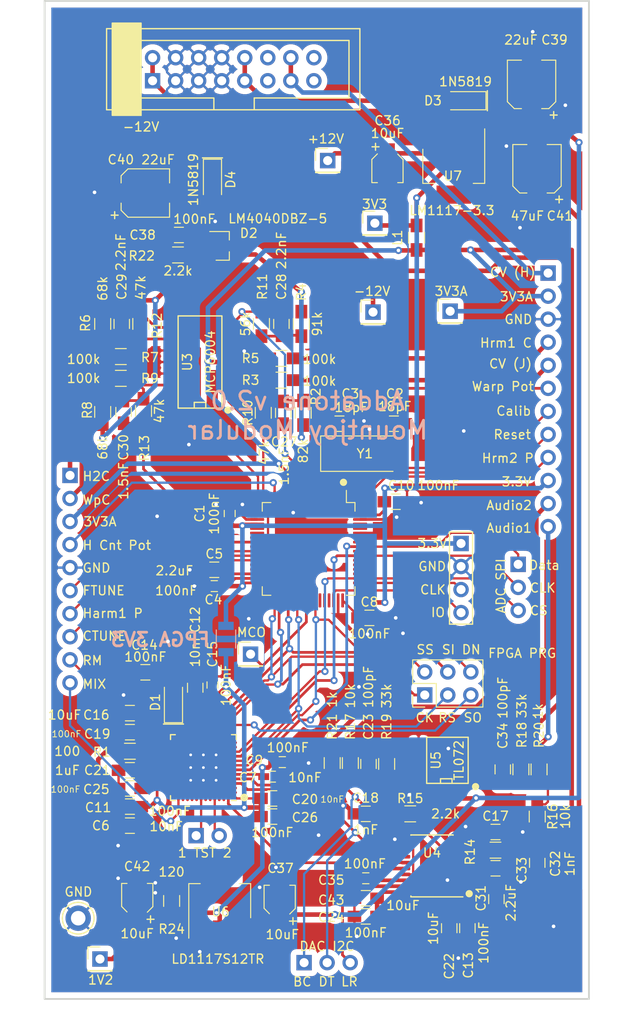
<source format=kicad_pcb>
(kicad_pcb (version 20221018) (generator pcbnew)
  (layers (0 "F.Cu" signal) (31 "B.Cu" signal) (34 "B.Paste" user) (35 "F.Paste" user) (36 "B.SilkS" user "B.Silkscreen") (37 "F.SilkS" user "F.Silkscreen") (38 "B.Mask" user) (39 "F.Mask" user) (44 "Edge.Cuts" user))
  (net 0 "")
  (net 1 "GND")
  (net 2 "Net-(C2-Pad1)")
  (net 3 "Net-(C3-Pad1)")
  (net 4 "Net-(C5-Pad2)")
  (net 5 "FTUNE")
  (net 6 "DAC1_OUT")
  (net 7 "DAC2_OUT")
  (net 8 "VCC")
  (net 9 "VEE")
  (net 10 "AREF_-5")
  (net 11 "SWCLK")
  (net 12 "SWDIO")
  (net 13 "CV_IN")
  (net 14 "-12V")
  (net 15 "+12V")
  (net 16 "Net-(J8-Pad11)")
  (net 17 "Net-(J8-Pad12)")
  (net 18 "Net-(J8-Pad15)")
  (net 19 "Net-(J8-Pad16)")
  (net 20 "+3.3VA")
  (net 21 "CTUNE")
  (net 22 "Net-(U1-Pad1)")
  (net 23 "Net-(U1-Pad3)")
  (net 24 "Net-(U1-Pad4)")
  (net 25 "Net-(U1-Pad14)")
  (net 26 "Net-(U1-Pad28)")
  (net 27 "Net-(U1-Pad29)")
  (net 28 "Net-(U1-Pad35)")
  (net 29 "Net-(U1-Pad39)")
  (net 30 "Net-(U1-Pad41)")
  (net 31 "Net-(U1-Pad43)")
  (net 32 "Net-(U1-Pad45)")
  (net 33 "Net-(U1-Pad52)")
  (net 34 "Net-(U1-Pad54)")
  (net 35 "Net-(U1-Pad56)")
  (net 36 "Net-(U1-Pad58)")
  (net 37 "Net-(U1-Pad59)")
  (net 38 "Net-(U1-Pad62)")
  (net 39 "Calibration")
  (net 40 "VCCIO_0")
  (net 41 "+1V2")
  (net 42 "Net-(C18-Pad2)")
  (net 43 "Net-(C23-Pad1)")
  (net 44 "Net-(C23-Pad2)")
  (net 45 "Net-(C27-Pad1)")
  (net 46 "HARM1_CV")
  (net 47 "Net-(C28-Pad1)")
  (net 48 "Net-(C29-Pad1)")
  (net 49 "HARM2_CV")
  (net 50 "Net-(C30-Pad1)")
  (net 51 "Net-(C31-Pad1)")
  (net 52 "Net-(C31-Pad2)")
  (net 53 "Net-(C32-Pad2)")
  (net 54 "Net-(C33-Pad1)")
  (net 55 "Net-(C34-Pad2)")
  (net 56 "Net-(C34-Pad1)")
  (net 57 "Net-(C35-Pad2)")
  (net 58 "Net-(D1-Pad1)")
  (net 59 "FPGA_SCK")
  (net 60 "FPGA_SS")
  (net 61 "FPGA_SI")
  (net 62 "FPGA_DONE")
  (net 63 "FPGA_RESET")
  (net 64 "DAC_DATA")
  (net 65 "DAC_BCLK")
  (net 66 "DAC_LRCLK")
  (net 67 "ADC_Data")
  (net 68 "ADC_Clock")
  (net 69 "ADC_CS")
  (net 70 "MCO2_CLOCK_OUT")
  (net 71 "RESET")
  (net 72 "AUDIO2_OUT")
  (net 73 "AUDIO1_OUT")
  (net 74 "MIX_SWITCH")
  (net 75 "RING_MOD")
  (net 76 "HARM2_POT")
  (net 77 "HARM1_POT")
  (net 78 "HARM2_CVIN")
  (net 79 "HARM1_CVIN")
  (net 80 "PITCH_CVIN")
  (net 81 "Net-(R1-Pad2)")
  (net 82 "Net-(U1-Pad9)")
  (net 83 "Net-(U1-Pad37)")
  (net 84 "Net-(U1-Pad51)")
  (net 85 "Net-(U1-Pad53)")
  (net 86 "Net-(U2-Pad47)")
  (net 87 "Net-(U2-Pad46)")
  (net 88 "Net-(U2-Pad44)")
  (net 89 "Net-(U2-Pad43)")
  (net 90 "Net-(U2-Pad41)")
  (net 91 "Net-(U2-Pad40)")
  (net 92 "Net-(U2-Pad39)")
  (net 93 "Net-(U2-Pad38)")
  (net 94 "Net-(U2-Pad36)")
  (net 95 "Net-(U2-Pad34)")
  (net 96 "Net-(U2-Pad32)")
  (net 97 "Net-(U2-Pad31)")
  (net 98 "Net-(U2-Pad28)")
  (net 99 "Net-(U2-Pad27)")
  (net 100 "Net-(U2-Pad26)")
  (net 101 "Net-(U2-Pad23)")
  (net 102 "Net-(U2-Pad21)")
  (net 103 "Net-(U2-Pad18)")
  (net 104 "Net-(U2-Pad13)")
  (net 105 "Net-(U2-Pad12)")
  (net 106 "Net-(U2-Pad11)")
  (net 107 "Net-(U2-Pad2)")
  (net 108 "Net-(U1-Pad15)")
  (net 109 "Net-(U1-Pad61)")
  (net 110 "Net-(U1-Pad24)")
  (net 111 "Net-(U1-Pad20)")
  (net 112 "Net-(U1-Pad21)")
  (net 113 "Net-(U2-Pad35)")
  (net 114 "Net-(U2-Pad19)")
  (net 115 "FPGA_SO")
  (net 116 "PITCH_CV")
  (net 117 "HARM_COUNT_POT")
  (net 118 "Net-(U1-Pad44)")
  (net 119 "F_TEST1")
  (net 120 "F_TEST2")
  (net 121 "WARP_CV")
  (net 122 "WARP_CVIN")
  (net 123 "WARP_POT")
  (net 124 "+3V3")
  (footprint "Pin_Headers:Pin_Header_Straight_1x03_Pitch2.54mm" (layer "F.Cu") (at 128.6 156 90)
    (fp_text reference "J4" hide)
    (fp_text value "Conn_01x03_Male")
  )
  (footprint "Pin_Headers:Pin_Header_Straight_1x02_Pitch2.54mm" (layer "F.Cu") (at 116.7 142 90)
    (fp_text reference "J7" hide)
    (fp_text value "Conn_01x02_Male")
  )
  (footprint "Pin_Headers:Pin_Header_Straight_1x01_Pitch2.54mm" (layer "F.Cu") (at 136.4 74.5)
    (fp_text reference "TP2" hide)
    (fp_text value "TestPoint")
  )
  (footprint "Pin_Headers:Pin_Header_Straight_1x01_Pitch2.54mm" (layer "F.Cu") (at 106.1 155.6)
    (fp_text reference "TP3" hide)
    (fp_text value "TestPoint")
  )
  (footprint "Pin_Headers:Pin_Header_Straight_1x01_Pitch2.54mm" (layer "F.Cu") (at 131.2 67.6)
    (fp_text reference "TP4" hide)
    (fp_text value "TestPoint")
  )
  (footprint "Pin_Headers:Pin_Header_Straight_1x01_Pitch2.54mm" (layer "F.Cu") (at 136.2 84.3)
    (fp_text reference "TP5" hide)
    (fp_text value "TestPoint")
  )
  (footprint "Pin_Headers:Pin_Header_Straight_1x01_Pitch2.54mm" (layer "F.Cu") (at 144.7 84.2)
    (fp_text reference "TP6" hide)
    (fp_text value "TestPoint")
  )
  (footprint "Capacitors_SMD:CP_Elec_3x5.3" (layer "F.Cu") (at 125.9 149.2 90)
    (fp_text reference "C37")
    (fp_text value "10uF")
  )
  (footprint "Capacitors_SMD:C_0805_HandSoldering" (layer "F.Cu") (at 150.5 134.7 -90)
    (fp_text reference "C34")
    (fp_text value "100pF")
  )
  (footprint "Capacitors_SMD:CP_Elec_3x5.3" (layer "F.Cu") (at 137.8 68.3 -90)
    (fp_text reference "C36")
    (fp_text value "10uF")
  )
  (footprint "Capacitors_SMD:C_0805_HandSoldering" (layer "F.Cu") (at 135.4 148.9 180)
    (fp_text reference "C43")
    (fp_text value "10uF")
  )
  (footprint "Custom_Footprints:SWD_header" (layer "F.Cu") (at 145.9 109.8 -90)
    (fp_text reference "J1" hide)
    (fp_text value "SWD_Header" hide)
  )
  (footprint "Diodes_SMD:D_SOD-123" (layer "F.Cu") (at 114.2 127.3 90)
    (fp_text reference "D1")
    (fp_text value "MBR130T1G" hide)
  )
  (footprint "Capacitors_SMD:CP_Elec_3x5.3" (layer "F.Cu") (at 110.2 149 90)
    (fp_text reference "C42")
    (fp_text value "10uF")
  )
  (footprint "Capacitors_SMD:CP_Elec_5x5.3" (layer "F.Cu") (at 153.7 59.2 90)
    (fp_text reference "C39")
    (fp_text value "22uF")
  )
  (footprint "Capacitors_SMD:CP_Elec_5x5.3" (layer "F.Cu") (at 154.3 68.5 90)
    (fp_text reference "C41")
    (fp_text value "47uF")
  )
  (footprint "TO_SOT_Packages_SMD:SOT-223" (layer "F.Cu") (at 145.1 68.2 -90)
    (fp_text reference "U7")
    (fp_text value "LM1117-3.3")
  )
  (footprint "Capacitors_SMD:C_0805_HandSoldering" (layer "F.Cu") (at 135.8 118)
    (fp_text reference "C8")
    (fp_text value "100nF")
  )
  (footprint "Capacitors_SMD:C_0805_HandSoldering" (layer "F.Cu") (at 138.7 105.2)
    (fp_text reference "C10")
    (fp_text value "100nF")
  )
  (footprint "Capacitors_SMD:C_0805_HandSoldering" (layer "F.Cu") (at 109.4 140.9 180)
    (fp_text reference "C6")
    (fp_text value "10nF")
  )
  (footprint "Capacitors_SMD:C_0805_HandSoldering" (layer "F.Cu") (at 132.5 96.6)
    (fp_text reference "C3")
    (fp_text value "18pF")
  )
  (footprint "Capacitors_SMD:C_0805_HandSoldering" (layer "F.Cu") (at 138.5 96.6 180)
    (fp_text reference "C2")
    (fp_text value "18pF")
  )
  (footprint "Capacitors_SMD:C_0805_HandSoldering" (layer "F.Cu") (at 146.6 152.2 -90)
    (fp_text reference "C13")
    (fp_text value "100nF")
  )
  (footprint "Capacitors_SMD:C_0805_HandSoldering" (layer "F.Cu") (at 118.7 112.7)
    (fp_text reference "C5")
    (fp_text value "2.2uF")
  )
  (footprint "Capacitors_SMD:C_0805_HandSoldering" (layer "F.Cu") (at 116.6 125.7 90)
    (fp_text reference "C12")
    (fp_text value "10nF")
  )
  (footprint "Capacitors_SMD:C_0805_HandSoldering" (layer "F.Cu") (at 109.4 138.8 180)
    (fp_text reference "C11")
    (fp_text value "100nF")
  )
  (footprint "Diodes_SMD:D_SOD-123" (layer "F.Cu") (at 146.4 61 180)
    (fp_text reference "D3")
    (fp_text value "1N5819")
  )
  (footprint "Crystals:Crystal_SMD_0603-2pin_6.0x3.5mm_HandSoldering" (layer "F.Cu") (at 135.2 99.9)
    (fp_text reference "Y1")
    (fp_text value "ECS-12MHz" hide)
  )
  (footprint "Pin_Headers:Pin_Header_Straight_1x01_Pitch2.54mm" (layer "F.Cu") (at 122.7 122)
    (fp_text reference "TP1" hide)
    (fp_text value "TestPoint")
  )
  (footprint "Diodes_SMD:D_SOD-123" (layer "F.Cu") (at 118.5 69.7 -90)
    (fp_text reference "D4")
    (fp_text value "1N5819")
  )
  (footprint "Capacitors_SMD:CP_Elec_5x5.3" (layer "F.Cu") (at 111.1 71.2)
    (fp_text reference "C40")
    (fp_text value "22uF")
  )
  (footprint "Capacitors_SMD:C_0603_HandSoldering" (layer "F.Cu") (at 120.4 106.5 90)
    (fp_text reference "C1")
    (fp_text value "100nF")
  )
  (footprint "Capacitors_SMD:C_0603_HandSoldering" (layer "F.Cu") (at 135.4 146.7)
    (fp_text reference "C35")
    (fp_text value "100nF")
  )
  (footprint "Resistors_SMD:R_0805_HandSoldering" (layer "F.Cu") (at 114.7 78)
    (fp_text reference "R22")
    (fp_text value "2.2k")
  )
  (footprint "Capacitors_SMD:C_0805_HandSoldering" (layer "F.Cu") (at 114.8 75.8 180)
    (fp_text reference "C38")
    (fp_text value "100nF")
  )
  (footprint "TO_SOT_Packages_SMD:SOT-23" (layer "F.Cu") (at 119.6 77)
    (fp_text reference "D2")
    (fp_text value "LM4040DBZ-5")
  )
  (footprint "Resistors_SMD:R_0805_HandSoldering" (layer "F.Cu") (at 154.3 139.9 -90)
    (fp_text reference "R16")
    (fp_text value "10k")
  )
  (footprint "Resistors_SMD:R_0805_HandSoldering" (layer "F.Cu") (at 106.4 85.6 90)
    (fp_text reference "R6")
    (fp_text value "68k")
  )
  (footprint "Resistors_SMD:R_0805_HandSoldering" (layer "F.Cu") (at 110.9 95.2 90)
    (fp_text reference "R13")
    (fp_text value "47k")
  )
  (footprint "Resistors_SMD:R_0805_HandSoldering" (layer "F.Cu") (at 124.1 95.4 90)
    (fp_text reference "R10")
    (fp_text value "47k")
  )
  (footprint "Resistors_SMD:R_0805_HandSoldering" (layer "F.Cu") (at 106.4 95.3 -90)
    (fp_text reference "R8")
    (fp_text value "68k")
  )
  (footprint "Resistors_SMD:R_0805_HandSoldering" (layer "F.Cu") (at 149.7 143.6 180)
    (fp_text reference "R14")
    (fp_text value "2.2k")
  )
  (footprint "Resistors_SMD:R_0805_HandSoldering" (layer "F.Cu") (at 110.6 85.6 -90)
    (fp_text reference "R12")
    (fp_text value "47k")
  )
  (footprint "Resistors_SMD:R_0805_HandSoldering" (layer "F.Cu") (at 123.9 85.6 -90)
    (fp_text reference "R11")
    (fp_text value "56k")
  )
  (footprint "Resistors_SMD:R_0805_HandSoldering" (layer "F.Cu") (at 108.4 91.6 180)
    (fp_text reference "R9")
    (fp_text value "100k")
  )
  (footprint "Capacitors_SMD:C_0805_HandSoldering" (layer "F.Cu") (at 125.1 139.9)
    (fp_text reference "C26")
    (fp_text value "100nF")
  )
  (footprint "Capacitors_SMD:C_0805_HandSoldering" (layer "F.Cu") (at 126.1 85.6 90)
    (fp_text reference "C28")
    (fp_text value "2.2nF")
  )
  (footprint "Capacitors_SMD:C_0805_HandSoldering" (layer "F.Cu") (at 126.3 95.4 -90)
    (fp_text reference "C27")
    (fp_text value "1.5nF")
  )
  (footprint "Capacitors_SMD:C_0805_HandSoldering" (layer "F.Cu") (at 108.7 95.3 -90)
    (fp_text reference "C30")
    (fp_text value "1.5nF")
  )
  (footprint "Capacitors_SMD:C_0805_HandSoldering" (layer "F.Cu") (at 149.7 145.6)
    (fp_text reference "C33")
    (fp_text value "2.2uF")
  )
  (footprint "Capacitors_SMD:C_0805_HandSoldering" (layer "F.Cu") (at 109.4 136.8 180)
    (fp_text reference "C25")
    (fp_text value "100nF")
  )
  (footprint "Capacitors_SMD:C_0805_HandSoldering" (layer "F.Cu") (at 154.3 145 90)
    (fp_text reference "C32")
    (fp_text value "1nF")
  )
  (footprint "Capacitors_SMD:C_0805_HandSoldering" (layer "F.Cu") (at 149.8 149 90)
    (fp_text reference "C31")
    (fp_text value "2.2uF")
  )
  (footprint "Capacitors_SMD:C_0805_HandSoldering" (layer "F.Cu") (at 108.5 85.6 90)
    (fp_text reference "C29")
    (fp_text value "2.2nF")
  )
  (footprint "SMD_Packages:SOIC-8-N" (layer "F.Cu") (at 144.4 133.7 90)
    (fp_text reference "U5")
    (fp_text value "TL072")
  )
  (footprint "SMD_Packages:SOIC-14_N" (layer "F.Cu") (at 117 89.8 90)
    (fp_text reference "U3")
    (fp_text value "MCP6004")
  )
  (footprint "Custom_Footprints:SSOP-20_4.4x6.5mm_Pitch0.65mm_Round_Pads" (layer "F.Cu") (at 142.7 145.3 180)
    (fp_text reference "U4")
    (fp_text value "PCM5100APW")
  )
  (footprint "Custom_Footprints:ICE40_QFN-48-1EP_7x7mm_Pitch0.5mm" (layer "F.Cu") (at 117.5 134.5 -90)
    (fp_text reference "U2")
    (fp_text value "ICE40UP5K-SG48ITR")
  )
  (footprint "Resistors_SMD:R_0805_HandSoldering" (layer "F.Cu") (at 154.5 134.7 -90)
    (fp_text reference "R20")
    (fp_text value "1k")
  )
  (footprint "Measurement_Points:Test_Point_Keystone_5010-5014_Multipurpose" (layer "F.Cu") (at 103.7 151.1)
    (fp_text reference "TP7" hide)
    (fp_text value "TestPoint")
  )
  (footprint "Resistors_SMD:R_0805_HandSoldering" (layer "F.Cu") (at 133.7 134 -90)
    (fp_text reference "R17")
    (fp_text value "10k")
  )
  (footprint "Package_QFP:LQFP-64_10x10mm_P0.5mm" (layer "F.Cu") (at 129.1 110.4 -90)
    (fp_text reference "U1" hide)
    (fp_text value "STM32F446RETx" hide)
  )
  (footprint "TO_SOT_Packages_SMD:SOT-223" (layer "F.Cu") (at 119.3 149.2 90)
    (fp_text reference "U6")
    (fp_text value "LD1117S12TR")
  )
  (footprint "Resistors_SMD:R_0805_HandSoldering" (layer "F.Cu") (at 137.7 134.1 90)
    (fp_text reference "R19")
    (fp_text value "33k")
  )
  (footprint "Resistors_SMD:R_0805_HandSoldering" (layer "F.Cu") (at 128.3 85.6 90)
    (fp_text reference "R4")
    (fp_text value "91k")
  )
  (footprint "Resistors_SMD:R_0805_HandSoldering" (layer "F.Cu") (at 126.1 91.8)
    (fp_text reference "R3")
    (fp_text value "100k")
  )
  (footprint "Custom_Footprints:Eurorack_16_pin_header" (layer "F.Cu") (at 111.9 58.8)
    (fp_text reference "J8" hide)
    (fp_text value "Eurorack_16_pin_power" hide)
  )
  (footprint "Inductors_SMD:L_0805_HandSoldering" (layer "F.Cu") (at 141 76.1 90)
    (fp_text reference "L1")
    (fp_text value "L" hide)
  )
  (footprint "Resistors_SMD:R_0805_HandSoldering" (layer "F.Cu") (at 128.5 95.4 -90)
    (fp_text reference "R2")
    (fp_text value "82k")
  )
  (footprint "Resistors_SMD:R_0805_HandSoldering" (layer "F.Cu") (at 109.4 132.7)
    (fp_text reference "R1")
    (fp_text value "100")
  )
  (footprint "Resistors_SMD:R_0805_HandSoldering" (layer "F.Cu") (at 126.1 89.4)
    (fp_text reference "R5")
    (fp_text value "100k")
  )
  (footprint "Capacitors_SMD:C_0805_HandSoldering" (layer "F.Cu") (at 149.7 141.6)
    (fp_text reference "C17")
    (fp_text value "100nF")
  )
  (footprint "Capacitors_SMD:C_0805_HandSoldering" (layer "F.Cu") (at 111.1 124)
    (fp_text reference "C14")
    (fp_text value "100nF")
  )
  (footprint "Capacitors_SMD:C_0805_HandSoldering" (layer "F.Cu") (at 144.6 152.2 -90)
    (fp_text reference "C22")
    (fp_text value "10uF")
  )
  (footprint "Capacitors_SMD:C_0805_HandSoldering" (layer "F.Cu") (at 135.4 139.6)
    (fp_text reference "C18")
    (fp_text value "1nF")
  )
  (footprint "Capacitors_SMD:C_0805_HandSoldering" (layer "F.Cu") (at 109.4 128.5)
    (fp_text reference "C16")
    (fp_text value "10uF")
  )
  (footprint "Capacitors_SMD:C_0805_HandSoldering" (layer "F.Cu") (at 125.1 137.9)
    (fp_text reference "C20")
    (fp_text value "10nF")
  )
  (footprint "Capacitors_SMD:C_0805_HandSoldering" (layer "F.Cu") (at 109.4 134.8 180)
    (fp_text reference "C21")
    (fp_text value "1uF")
  )
  (footprint "Capacitors_SMD:C_0805_HandSoldering" (layer "F.Cu") (at 109.4 130.6)
    (fp_text reference "C19")
    (fp_text value "100nF")
  )
  (footprint "Capacitors_SMD:C_0805_HandSoldering" (layer "F.Cu") (at 135.4 150.9 180)
    (fp_text reference "C24")
    (fp_text value "100nF")
  )
  (footprint "Capacitors_SMD:C_0603_HandSoldering" (layer "F.Cu") (at 118.7 114.5 180)
    (fp_text reference "C4")
    (fp_text value "100nF")
  )
  (footprint "Capacitors_SMD:C_0603_HandSoldering" (layer "F.Cu") (at 126.2 133.9)
    (fp_text reference "C9")
    (fp_text value "100nF")
  )
  (footprint "Resistors_SMD:R_0805_HandSoldering" (layer "F.Cu") (at 140.3 139.6)
    (fp_text reference "R15")
    (fp_text value "2.2k")
  )
  (footprint "Resistors_SMD:R_0805_HandSoldering" (layer "F.Cu") (at 152.5 134.7 90)
    (fp_text reference "R18")
    (fp_text value "33k")
  )
  (footprint "Resistors_SMD:R_0805_HandSoldering" (layer "F.Cu") (at 131.7 134 -90)
    (fp_text reference "R21")
    (fp_text value "1k")
  )
  (footprint "Capacitors_SMD:C_0805_HandSoldering" (layer "F.Cu") (at 135.7 134.1 -90)
    (fp_text reference "C23")
    (fp_text value "100pF")
  )
  (footprint "Capacitors_SMD:C_0603_HandSoldering" (layer "F.Cu") (at 125.1 135.5)
    (fp_text reference "C7")
    (fp_text value "10nF")
  )
  (footprint "Capacitors_SMD:C_0603_HandSoldering" (layer "F.Cu") (at 118.5 125.4 90)
    (fp_text reference "C15")
    (fp_text value "100nF")
  )
  (footprint "Resistors_SMD:R_0805_HandSoldering" (layer "F.Cu") (at 108.4 89.2 180)
    (fp_text reference "R7")
    (fp_text value "100k")
  )
  (footprint "Pin_Headers:Pin_Header_Straight_2x03_Pitch2.54mm" (layer "F.Cu") (at 141.9 126.5 90)
    (fp_text reference "J5" hide)
    (fp_text value "Conn_01x06_Male")
  )
  (footprint "Pin_Headers:Pin_Header_Straight_1x03_Pitch2.54mm" (layer "F.Cu") (at 152.2 112.1)
    (fp_text reference "J6" hide)
    (fp_text value "Conn_01x03_Male")
  )
  (footprint "Resistors_SMD:R_0805_HandSoldering" (layer "F.Cu") (at 114 149.2 90)
    (fp_text reference "R24")
    (fp_text value "120")
  )
  (footprint "Socket_Strips:Socket_Strip_Straight_1x10_Pitch2.54mm" (layer "B.Cu") (at 102.8 102.3 180)
    (fp_text reference "J2" hide)
    (fp_text value "Conn_01x10_Female")
  )
  (footprint "Socket_Strips:Socket_Strip_Straight_1x12_Pitch2.54mm" (layer "B.Cu") (at 155.5 80 180)
    (fp_text reference "J3" hide)
    (fp_text value "Conn_01x12_Female")
  )
  (footprint "Resistors_SMD:R_1206" (layer "B.Cu") (at 119.99 120.33 -90)
    (fp_text reference "R23" hide)
    (fp_text value "0")
  )
  (gr_circle (center 132.94 103.06) (end 133.14 103.06) (stroke (width 0.4)) (fill none) (layer "F.SilkS"))
  (gr_circle (center 122 137.8) (end 122.2 137.7) (stroke (width 0.4)) (fill none) (layer "F.SilkS"))
  (gr_circle (center 120.2 95.1) (end 120.4 95.1) (stroke (width 0.4)) (fill none) (layer "F.SilkS"))
  (gr_circle (center 146.8 148.4) (end 147 148.4) (stroke (width 0.4)) (fill none) (layer "F.SilkS"))
  (gr_circle (center 147.5 136.6) (end 147.7 136.6) (stroke (width 0.4)) (fill none) (layer "F.SilkS"))
  (gr_line (start 117.4 67.3) (end 119.6 67.3) (stroke (width 0.15)) (layer "F.SilkS"))
  (gr_line (start 148.8 62.1) (end 148.8 59.9) (stroke (width 0.15)) (layer "F.SilkS"))
  (gr_line (start 113.1 129.7) (end 115.3 129.7) (stroke (width 0.15)) (layer "F.SilkS"))
  (gr_line (start 100 160) (end 160 160) (stroke (width 0.2)) (layer "Edge.Cuts"))
  (gr_line (start 160 50) (end 160 160) (stroke (width 0.2)) (layer "Edge.Cuts"))
  (gr_line (start 100 50) (end 100 160) (stroke (width 0.2)) (layer "Edge.Cuts"))
  (gr_line (start 100 50) (end 160 50) (stroke (width 0.2)) (layer "Edge.Cuts"))
  (gr_text "FPGA 3V3 \n" (at 112.18 120.4) (layer "B.SilkS") (effects (font (size 1.5 1.5) (thickness 0.3)) (justify mirror)))
  (gr_text "Addatone v2.0\nMountjoy Modular" (at 129 95.7) (layer "B.SilkS") (effects (font (size 2 2) (thickness 0.3)) (justify mirror)))
  (gr_text "CLK" (at 153.4 114.7) (layer "F.SilkS") (effects (font (size 1 1)) (justify left)))
  (gr_text "Audio1" (at 148.6 108.1) (layer "F.SilkS") (effects (font (size 1 1)) (justify left)))
  (gr_text "MCO" (at 121.1 119.6) (layer "F.SilkS") (effects (font (size 1 1)) (justify left)))
  (gr_text "3V3A" (at 142.9 82) (layer "F.SilkS") (effects (font (size 1 1)) (justify left)))
  (gr_text "-12V" (at 134 82) (layer "F.SilkS") (effects (font (size 1 1)) (justify left)))
  (gr_text "3V3" (at 134.9 72.4) (layer "F.SilkS") (effects (font (size 1 1)) (justify left)))
  (gr_text "+12V" (at 128.9 65.2) (layer "F.SilkS") (effects (font (size 1 1)) (justify left)))
  (gr_text "1V2" (at 104.7 157.9) (layer "F.SilkS") (effects (font (size 1 1)) (justify left)))
  (gr_text "1 TST 2" (at 114.6 143.9) (layer "F.SilkS") (effects (font (size 1 1)) (justify left)))
  (gr_text "WpC" (at 104.1 105) (layer "F.SilkS") (effects (font (size 1 1)) (justify left)))
  (gr_text "H2C" (at 104.1 102.4) (layer "F.SilkS") (effects (font (size 1 1)) (justify left)))
  (gr_text "CK" (at 140.8 129) (layer "F.SilkS") (effects (font (size 1 1)) (justify left)))
  (gr_text "DN" (at 145.9 121.5) (layer "F.SilkS") (effects (font (size 1 1)) (justify left)))
  (gr_text "RM" (at 104.1 122.7) (layer "F.SilkS") (effects (font (size 1 1)) (justify left)))
  (gr_text "RS" (at 143.3 129) (layer "F.SilkS") (effects (font (size 1 1)) (justify left)))
  (gr_text "GND" (at 150.6 85.1) (layer "F.SilkS") (effects (font (size 1 1)) (justify left)))
  (gr_text "CTUNE" (at 104.1 120) (layer "F.SilkS") (effects (font (size 1 1)) (justify left)))
  (gr_text "SS" (at 140.9 121.5) (layer "F.SilkS") (effects (font (size 1 1)) (justify left)))
  (gr_text "3.3V" (at 150.3 103) (layer "F.SilkS") (effects (font (size 1 1)) (justify left)))
  (gr_text "SI" (at 143.7 121.5) (layer "F.SilkS") (effects (font (size 1 1)) (justify left)))
  (gr_text "Harm1 P" (at 104.1 117.5) (layer "F.SilkS") (effects (font (size 1 1)) (justify left)))
  (gr_text "GND" (at 104.1 112.5) (layer "F.SilkS") (effects (font (size 1 1)) (justify left)))
  (gr_text "3V3A" (at 104.2 107.4) (layer "F.SilkS") (effects (font (size 1 1)) (justify left)))
  (gr_text "Reset" (at 149.4 97.8) (layer "F.SilkS") (effects (font (size 1 1)) (justify left)))
  (gr_text "Warp Pot" (at 147 92.5) (layer "F.SilkS") (effects (font (size 1 1)) (justify left)))
  (gr_text "Hrm1 C" (at 147.9 87.7) (layer "F.SilkS") (effects (font (size 1 1)) (justify left)))
  (gr_text "Calib" (at 149.7 95.2) (layer "F.SilkS") (effects (font (size 1 1)) (justify left)))
  (gr_text "CV (J)" (at 148.9 90) (layer "F.SilkS") (effects (font (size 1 1)) (justify left)))
  (gr_text "3V3A" (at 150.1 82.6) (layer "F.SilkS") (effects (font (size 1 1)) (justify left)))
  (gr_text "H Cnt Pot" (at 104.1 110) (layer "F.SilkS") (effects (font (size 1 1)) (justify left)))
  (gr_text "FTUNE" (at 104.1 115) (layer "F.SilkS") (effects (font (size 1 1)) (justify left)))
  (gr_text "Hrm2 P" (at 148.1 100.4) (layer "F.SilkS") (effects (font (size 1 1)) (justify left)))
  (gr_text "CV (H)" (at 149 79.9) (layer "F.SilkS") (effects (font (size 1 1)) (justify left)))
  (gr_text "SO" (at 146.1 129) (layer "F.SilkS") (effects (font (size 1 1)) (justify left)))
  (gr_text "MIX" (at 104.1 125.3) (layer "F.SilkS") (effects (font (size 1 1)) (justify left)))
  (gr_text "GND" (at 102.1 148.2) (layer "F.SilkS") (effects (font (size 1 1)) (justify left)))
  (gr_text "FPGA PRG" (at 148.8 121.9) (layer "F.SilkS") (effects (font (size 1 1)) (justify left)))
  (gr_text "ADC SPI" (at 150.3 117.6 90) (layer "F.SilkS") (effects (font (size 1 1)) (justify left)))
  (gr_text "DAC I2C" (at 128 154.2) (layer "F.SilkS") (effects (font (size 1 1)) (justify left)))
  (gr_text "LR" (at 132.6 158.1) (layer "F.SilkS") (effects (font (size 1 1)) (justify left)))
  (gr_text "DT" (at 130.1 158.1) (layer "F.SilkS") (effects (font (size 1 1)) (justify left)))
  (gr_text "Audio2" (at 148.6 105.6) (layer "F.SilkS") (effects (font (size 1 1)) (justify left)))
  (gr_text "CS" (at 153.4 117.2) (layer "F.SilkS") (effects (font (size 1 1)) (justify left)))
  (gr_text "BC" (at 127.3 158.1) (layer "F.SilkS") (effects (font (size 1 1)) (justify left)))
  (gr_text "Data" (at 153.3 112.2) (layer "F.SilkS") (effects (font (size 1 1)) (justify left)))
  (segment (start 113.55 74.675) (end 113.925 74.3) (width 0.5) (layer "F.Cu") (net 1))
  (segment (start 113.55 75.8) (end 113.55 74.675) (width 0.5) (layer "F.Cu") (net 1))
  (segment (start 113.925 74.3) (end 118.8 74.3) (width 0.5) (layer "F.Cu") (net 1))
  (segment (start 137.05 118.875) (end 137.05 118) (width 0.25) (layer "F.Cu") (net 1))
  (segment (start 134.775 108.65) (end 134.85 108.65) (width 0.25) (layer "F.Cu") (net 1))
  (segment (start 127.35 104.725) (end 127.35 106.35) (width 0.3) (layer "F.Cu") (net 1))
  (segment (start 127.35 106.35) (end 127.4 106.4) (width 0.25) (layer "F.Cu") (net 1))
  (segment (start 145.6 143.025) (end 145.6 142.375) (width 0.25) (layer "F.Cu") (net 1))
  (segment (start 134.775 107.15) (end 138.875 107.15) (width 0.3) (layer "F.Cu") (net 1))
  (segment (start 139.95 106.075) (end 139.95 105.2) (width 0.25) (layer "F.Cu") (net 1))
  (segment (start 136.974999 118.950001) (end 137.05 118.875) (width 0.25) (layer "F.Cu") (net 1))
  (segment (start 134.85 108.65) (end 134.87499 108.62501) (width 0.25) (layer "F.Cu") (net 1))
  (segment (start 138.875 107.15) (end 139.95 106.075) (width 0.25) (layer "F.Cu") (net 1))
  (segment (start 123.425 107.15) (end 123.2 107.15) (width 0.25) (layer "F.Cu") (net 1))
  (segment (start 123.2 107.15) (end 123.17501 107.12501) (width 0.25) (layer "F.Cu") (net 1))
  (segment (start 110.65 128.45) (end 108.7 126.5) (width 0.5) (layer "F.Cu") (net 1))
  (segment (start 110.65 128.5) (end 110.65 128.45) (width 0.5) (layer "F.Cu") (net 1))
  (segment (start 121.513549 106.45) (end 121.075 106.45) (width 0.3) (layer "F.Cu") (net 1))
  (segment (start 117.45 113.625) (end 117.599999 113.774999) (width 0.3) (layer "F.Cu") (net 1))
  (segment (start 139.8 143.025) (end 139.225 143.025) (width 0.3) (layer "F.Cu") (net 1))
  (segment (start 139.8 147.575) (end 139.725 147.575) (width 0.3) (layer "F.Cu") (net 1))
  (segment (start 139.225 143.025) (end 138.6 142.4) (width 0.3) (layer "F.Cu") (net 1))
  (segment (start 117.75 113.825) (end 117.75 114.5) (width 0.3) (layer "F.Cu") (net 1))
  (segment (start 132.35 116.075) (end 132.35 117.805002) (width 0.3) (layer "F.Cu") (net 1))
  (segment (start 120.4 105.775) (end 120.4 105.55) (width 0.3) (layer "F.Cu") (net 1))
  (segment (start 134.45 148.6) (end 134.15 148.9) (width 0.5) (layer "F.Cu") (net 1))
  (segment (start 145.6 146.925) (end 144.425 146.925) (width 0.4) (layer "F.Cu") (net 1))
  (segment (start 144.425 146.925) (end 144.4 146.9) (width 0.4) (layer "F.Cu") (net 1))
  (segment (start 122.213549 107.15) (end 121.513549 106.45) (width 0.3) (layer "F.Cu") (net 1))
  (segment (start 134.45 146.9) (end 134.45 148.6) (width 0.5) (layer "F.Cu") (net 1))
  (segment (start 134.775 108.65) (end 137.05 108.65) (width 0.3) (layer "F.Cu") (net 1))
  (segment (start 132.35 117.805002) (end 134.344998 119.8) (width 0.3) (layer "F.Cu") (net 1))
  (segment (start 139.8 147.575) (end 134.45 147.575) (width 0.4) (layer "F.Cu") (net 1))
  (segment (start 120.880003 113.774999) (end 117.800001 113.774999) (width 0.3) (layer "F.Cu") (net 1))
  (segment (start 121.005002 113.65) (end 120.880003 113.774999) (width 0.3) (layer "F.Cu") (net 1))
  (segment (start 134.95 145.625) (end 134.45 146.125) (width 0.4) (layer "F.Cu") (net 1))
  (segment (start 132.9 138.7) (end 133.25 138.7) (width 0.5) (layer "F.Cu") (net 1))
  (segment (start 121.075 106.45) (end 120.4 105.775) (width 0.3) (layer "F.Cu") (net 1))
  (segment (start 117.45 112.7) (end 117.45 113.625) (width 0.3) (layer "F.Cu") (net 1))
  (segment (start 139.8 145.625) (end 134.95 145.625) (width 0.4) (layer "F.Cu") (net 1))
  (segment (start 123.425 107.15) (end 122.213549 107.15) (width 0.3) (layer "F.Cu") (net 1))
  (segment (start 134.344998 119.8) (end 135.6 119.8) (width 0.3) (layer "F.Cu") (net 1))
  (segment (start 133.25 138.7) (end 134.15 139.6) (width 0.5) (layer "F.Cu") (net 1))
  (segment (start 123.425 113.65) (end 121.005002 113.65) (width 0.3) (layer "F.Cu") (net 1))
  (segment (start 134.45 146.125) (end 134.45 146.9) (width 0.4) (layer "F.Cu") (net 1))
  (segment (start 117.800001 113.774999) (end 117.75 113.825) (width 0.3) (layer "F.Cu") (net 1))
  (segment (start 117.599999 113.774999) (end 117.800001 113.774999) (width 0.3) (layer "F.Cu") (net 1))
  (segment (start 137.05 108.65) (end 138.8 106.9) (width 0.3) (layer "F.Cu") (net 1))
  (via (at 108.1 143.1) (size 0.8) (drill 0.4) (layers "F.Cu" "B.Cu") (net 1))
  (via (at 112.2 147.2) (size 0.8) (drill 0.4) (layers "F.Cu" "B.Cu") (net 1))
  (via (at 140.2 137.5) (size 0.8) (drill 0.4) (layers "F.Cu" "B.Cu") (net 1))
  (via (at 146.4 141) (size 0.8) (drill 0.4) (layers "F.Cu" "B.Cu") (net 1))
  (via (at 156.1 152) (size 0.8) (drill 0.4) (layers "F.Cu" "B.Cu") (net 1))
  (via (at 157.4 61.5) (size 0.8) (drill 0.4) (layers "F.Cu" "B.Cu") (net 1))
  (via (at 135.6 119.8) (size 0.8) (drill 0.4) (layers "F.Cu" "B.Cu") (net 1))
  (via (at 122.5 118.1) (size 0.8) (drill 0.4) (layers "F.Cu" "B.Cu") (net 1))
  (via (at 115.9 98.9) (size 0.8) (drill 0.4) (layers "F.Cu" "B.Cu") (net 1))
  (via (at 134.65 125.6) (size 0.8) (drill 0.4) (layers "F.Cu" "B.Cu") (net 1))
  (via (at 152.4 75) (size 0.8) (drill 0.4) (layers "F.Cu" "B.Cu") (net 1))
  (via (at 150.9 66) (size 0.8) (drill 0.4) (layers "F.Cu" "B.Cu") (net 1))
  (via (at 113.6 120.6) (size 0.8) (drill 0.4) (layers "F.Cu" "B.Cu") (net 1))
  (via (at 127.4 106.4) (size 0.8) (drill 0.4) (layers "F.Cu" "B.Cu") (net 1))
  (via (at 114.5 153.3) (size 0.8) (drill 0.4) (layers "F.Cu" "B.Cu") (net 1))
  (via (at 152.5 147.1) (size 0.8) (drill 0.4) (layers "F.Cu" "B.Cu") (net 1))
  (via (at 139.5 119.7) (size 0.8) (drill 0.4) (layers "F.Cu" "B.Cu") (net 1))
  (via (at 118.8 74.3) (size 0.8) (drill 0.4) (layers "F.Cu" "B.Cu") (net 1))
  (via (at 152.7 141.6) (size 0.8) (drill 0.4) (layers "F.Cu" "B.Cu") (net 1))
  (via (at 138.8 106.9) (size 0.8) (drill 0.4) (layers "F.Cu" "B.Cu") (net 1))
  (via (at 122 88.6) (size 0.8) (drill 0.4) (layers "F.Cu" "B.Cu") (net 1))
  (via (at 146.2 97.4) (size 0.8) (drill 0.4) (layers "F.Cu" "B.Cu") (net 1))
  (via (at 130.2 141.95) (size 0.8) (drill 0.4) (layers "F.Cu" "B.Cu") (net 1))
  (via (at 138.6 142.4) (size 0.8) (drill 0.4) (layers "F.Cu" "B.Cu") (net 1))
  (via (at 132.9 138.7) (size 0.8) (drill 0.4) (layers "F.Cu" "B.Cu") (net 1))
  (via (at 108.7 126.5) (size 0.8) (drill 0.4) (layers "F.Cu" "B.Cu") (net 1))
  (via (at 105.5 71.1) (size 0.8) (drill 0.4) (layers "F.Cu" "B.Cu") (net 1))
  (via (at 138.7 118) (size 0.8) (drill 0.4) (layers "F.Cu" "B.Cu") (net 1))
  (via (at 118.9 105.5) (size 0.8) (drill 0.4) (layers "F.Cu" "B.Cu") (net 1))
  (via (at 121.8 105.5) (size 0.8) (drill 0.4) (layers "F.Cu" "B.Cu") (net 1))
  (via (at 144.4 146.9) (size 0.8) (drill 0.4) (layers "F.Cu" "B.Cu") (net 1))
  (via (at 112.4 106.8) (size 0.8) (drill 0.4) (layers "F.Cu" "B.Cu") (net 1))
  (via (at 123.7 147.7) (size 0.8) (drill 0.4) (layers "F.Cu" "B.Cu") (net 1))
  (via (at 141.5 105.3) (size 0.8) (drill 0.4) (layers "F.Cu" "B.Cu") (net 1))
  (via (at 145.6 155.5) (size 0.8) (drill 0.4) (layers "F.Cu" "B.Cu") (net 1))
  (via (at 153.8 53.4) (size 0.8) (drill 0.4) (layers "F.Cu" "B.Cu") (net 1))
  (via (at 117.1 154.8) (size 0.8) (drill 0.4) (layers "F.Cu" "B.Cu") (net 1))
  (via (at 144.5 132.4) (size 0.8) (drill 0.4) (layers "F.Cu" "B.Cu") (net 1))
  (via (at 108.1 146.7) (size 0.8) (drill 0.4) (layers "F.Cu" "B.Cu") (net 1))
  (via (at 134.4 153.1) (size 0.8) (drill 0.4) (layers "F.Cu" "B.Cu") (net 1))
  (via (at 112.2 148.3) (size 0.8) (drill 0.4) (layers "F.Cu" "B.Cu") (net 1))
  (via (at 135.8 97.2) (size 0.8) (drill 0.4) (layers "F.Cu" "B.Cu") (net 1))
  (via (at 116 112.7) (size 0.8) (drill 0.4) (layers "F.Cu" "B.Cu") (net 1))
  (via (at 135.2 96.3) (size 0.8) (drill 0.4) (layers "F.Cu" "B.Cu") (net 1))
  (via (at 125.5 145.5) (size 0.8) (drill 0.4) (layers "F.Cu" "B.Cu") (net 1))
  (via (at 116.5 114.5) (size 0.8) (drill 0.4) (layers "F.Cu" "B.Cu") (net 1))
  (via (at 129.1 134) (size 0.8) (drill 0.4) (layers "F.Cu" "B.Cu") (net 1))
  (segment (start 130.85 104.725) (end 130.85 102.55) (width 0.3) (layer "F.Cu") (net 2))
  (segment (start 134.2 101.8) (end 136.1 99.9) (width 0.3) (layer "F.Cu") (net 2))
  (segment (start 131.6 101.8) (end 134.2 101.8) (width 0.3) (layer "F.Cu") (net 2))
  (segment (start 139.75 98.7625) (end 138.1125 100.4) (width 0.4) (layer "F.Cu") (net 2))
  (segment (start 136.1 99.9) (end 138.1125 99.9) (width 0.3) (layer "F.Cu") (net 2))
  (segment (start 130.85 102.55) (end 131.6 101.8) (width 0.3) (layer "F.Cu") (net 2))
  (segment (start 139.75 97.1) (end 139.75 98.7625) (width 0.4) (layer "F.Cu") (net 2))
  (segment (start 130.35 104.725) (end 130.35 101.8375) (width 0.3) (layer "F.Cu") (net 3))
  (segment (start 130.35 101.8375) (end 132.2875 99.9) (width 0.3) (layer "F.Cu") (net 3))
  (segment (start 131.875 99.9) (end 132.2875 99.9) (width 0.3) (layer "F.Cu") (net 3))
  (segment (start 131.25 97.1) (end 131.25 99.3625) (width 0.4) (layer "F.Cu") (net 3))
  (segment (start 131.25 98.8625) (end 132.2875 99.9) (width 0.4) (layer "F.Cu") (net 3))
  (segment (start 120.3 113.15) (end 119.85 112.7) (width 0.25) (layer "F.Cu") (net 4))
  (segment (start 123.425 113.15) (end 120.4 113.15) (width 0.3) (layer "F.Cu") (net 4))
  (segment (start 120.4 113.15) (end 119.95 112.7) (width 0.3) (layer "F.Cu") (net 4))
  (segment (start 123.425 110.65) (end 107.15 110.65) (width 0.25) (layer "F.Cu") (net 5))
  (segment (start 107.15 110.65) (end 102.8 115) (width 0.25) (layer "F.Cu") (net 5))
  (segment (start 146.975 144.975) (end 148.35 143.6) (width 0.3) (layer "F.Cu") (net 6))
  (segment (start 145.6 144.975) (end 146.975 144.975) (width 0.3) (layer "F.Cu") (net 6))
  (segment (start 148.25 143.6) (end 148.35 143.6) (width 0.3) (layer "F.Cu") (net 6))
  (segment (start 141.65 141.175) (end 144.8 144.325) (width 0.3) (layer "F.Cu") (net 7))
  (segment (start 141.65 139.6) (end 141.65 141.175) (width 0.3) (layer "F.Cu") (net 7))
  (segment (start 144.8 144.325) (end 145.6 144.325) (width 0.3) (layer "F.Cu") (net 7))
  (segment (start 125.9 150.7) (end 132 150.7) (width 0.5) (layer "F.Cu") (net 8))
  (segment (start 137.8 66.8) (end 142.55 66.8) (width 0.5) (layer "F.Cu") (net 8))
  (segment (start 142.8 66.55) (end 142.8 65.05) (width 0.5) (layer "F.Cu") (net 8))
  (segment (start 142.55 66.8) (end 142.8 66.55) (width 0.5) (layer "F.Cu") (net 8))
  (segment (start 153.2 61.9) (end 153.7 61.4) (width 0.5) (layer "F.Cu") (net 8))
  (segment (start 121.75 150.7) (end 121.6 150.85) (width 0.5) (layer "F.Cu") (net 8))
  (segment (start 148.05 61) (end 146.6 61) (width 0.5) (layer "F.Cu") (net 8))
  (segment (start 158.9 65.6) (end 153.8 61.4) (width 0.5) (layer "F.Cu") (net 8))
  (segment (start 153.3 61) (end 153.7 61.4) (width 0.5) (layer "F.Cu") (net 8))
  (segment (start 146.6 61) (end 142.8 64.8) (width 0.5) (layer "F.Cu") (net 8))
  (segment (start 143.52 137.9) (end 141.225 135.605) (width 0.5) (layer "F.Cu") (net 8))
  (segment (start 141.590502 135.605) (end 141.225 135.605) (width 0.5) (layer "F.Cu") (net 8))
  (segment (start 121.6 150.85) (end 121.6 152.35) (width 0.5) (layer "F.Cu") (net 8))
  (segment (start 147.5 137.9) (end 143.52 137.9) (width 0.5) (layer "F.Cu") (net 8))
  (segment (start 125.9 150.7) (end 121.75 150.7) (width 0.5) (layer "F.Cu") (net 8))
  (segment (start 153.8 61.4) (end 153.7 61.4) (width 0.5) (layer "F.Cu") (net 8))
  (segment (start 142.8 64.8) (end 142.8 65.05) (width 0.5) (layer "F.Cu") (net 8))
  (segment (start 148.05 61) (end 153.3 61) (width 0.5) (layer "F.Cu") (net 8))
  (segment (start 132 66.8) (end 131.2 67.6) (width 0.5) (layer "F.Cu") (net 8))
  (segment (start 137.8 66.8) (end 132 66.8) (width 0.5) (layer "F.Cu") (net 8))
  (via (at 132 150.7) (size 0.8) (drill 0.4) (layers "F.Cu" "B.Cu") (net 8))
  (via (at 147.55 137.85) (size 0.8) (drill 0.4) (layers "F.Cu" "B.Cu") (net 8))
  (via (at 158.9 65.6) (size 0.8) (drill 0.4) (layers "F.Cu" "B.Cu") (net 8))
  (segment (start 134.7 150.7) (end 147.55 137.85) (width 0.5) (layer "B.Cu") (net 8))
  (segment (start 132 150.7) (end 134.7 150.7) (width 0.5) (layer "B.Cu") (net 8))
  (segment (start 158.85 137.85) (end 158.9 137.8) (width 0.5) (layer "B.Cu") (net 8))
  (segment (start 147.55 137.85) (end 158.85 137.85) (width 0.5) (layer "B.Cu") (net 8))
  (segment (start 158.9 65.6) (end 158.9 137.8) (width 0.5) (layer "B.Cu") (net 8))
  (segment (start 113.6 71.3) (end 118.45 71.3) (width 0.5) (layer "F.Cu") (net 9))
  (segment (start 113.6 73.3) (end 113.6 71.3) (width 0.5) (layer "F.Cu") (net 9))
  (segment (start 118.45 71.3) (end 118.5 71.35) (width 0.5) (layer "F.Cu") (net 9))
  (segment (start 113.35 78) (end 113.25 78) (width 0.5) (layer "F.Cu") (net 9))
  (segment (start 112.349999 74.550001) (end 113.6 73.3) (width 0.5) (layer "F.Cu") (net 9))
  (segment (start 112.349999 77.099999) (end 112.349999 74.550001) (width 0.5) (layer "F.Cu") (net 9))
  (segment (start 113.25 78) (end 112.349999 77.099999) (width 0.5) (layer "F.Cu") (net 9))
  (segment (start 113.6 71.3) (end 129.960037 71.3) (width 0.5) (layer "F.Cu") (net 9))
  (segment (start 129.960037 71.3) (end 138.410047 79.75001) (width 0.5) (layer "F.Cu") (net 9))
  (segment (start 152.305 131.795) (end 157.3 126.8) (width 0.5) (layer "F.Cu") (net 9))
  (segment (start 136.2 81.960057) (end 136.2 84.3) (width 0.5) (layer "F.Cu") (net 9))
  (segment (start 138.410047 79.75001) (end 149.089988 79.75001) (width 0.5) (layer "F.Cu") (net 9))
  (segment (start 147.575 131.795) (end 152.305 131.795) (width 0.5) (layer "F.Cu") (net 9))
  (segment (start 149.089988 79.75001) (end 150.539998 78.3) (width 0.5) (layer "F.Cu") (net 9))
  (segment (start 138.410047 79.75001) (end 136.2 81.960057) (width 0.5) (layer "F.Cu") (net 9))
  (segment (start 157.3 78.3) (end 157.3 126.8) (width 0.5) (layer "F.Cu") (net 9))
  (segment (start 150.539998 78.3) (end 157.3 78.3) (width 0.5) (layer "F.Cu") (net 9))
  (segment (start 112.2 83) (end 116.05 79.15) (width 0.5) (layer "F.Cu") (net 10))
  (segment (start 123.25 77.95) (end 128.3 82.1) (width 0.5) (layer "F.Cu") (net 10))
  (segment (start 116.05 75.8) (end 116.05 78) (width 0.5) (layer "F.Cu") (net 10))
  (segment (start 116.05 78) (end 118.55 78) (width 0.5) (layer "F.Cu") (net 10))
  (segment (start 128.3 82.1) (end 128.3 84.25) (width 0.5) (layer "F.Cu") (net 10))
  (segment (start 116.05 79.15) (end 116.05 78) (width 0.5) (layer "F.Cu") (net 10))
  (segment (start 118.6 77.95) (end 123.25 77.95) (width 0.5) (layer "F.Cu") (net 10))
  (segment (start 118.55 78) (end 118.6 77.95) (width 0.5) (layer "F.Cu") (net 10))
  (segment (start 106.4 84.25) (end 106.4 84.15) (width 0.5) (layer "F.Cu") (net 10))
  (segment (start 106.4 84.15) (end 107.55 83) (width 0.5) (layer "F.Cu") (net 10))
  (segment (start 107.55 83) (end 112.2 83) (width 0.5) (layer "F.Cu") (net 10))
  (segment (start 106.4 98.2) (end 106.4 96.65) (width 0.5) (layer "F.Cu") (net 10))
  (segment (start 128.65 96.9) (end 128.5 96.75) (width 0.5) (layer "F.Cu") (net 10))
  (segment (start 128.3 98.1) (end 128.3 96.95) (width 0.5) (layer "F.Cu") (net 10))
  (segment (start 128.3 96.95) (end 128.5 96.75) (width 0.5) (layer "F.Cu") (net 10))
  (via (at 112.2 83) (size 0.8) (drill 0.4) (layers "F.Cu" "B.Cu") (net 10))
  (via (at 128.3 82.1) (size 0.8) (drill 0.4) (layers "F.Cu" "B.Cu") (net 10))
  (via (at 106.4 98.2) (size 0.8) (drill 0.4) (layers "F.Cu" "B.Cu") (net 10))
  (via (at 128.3 98.1) (size 0.8) (drill 0.4) (layers "F.Cu" "B.Cu") (net 10))
  (segment (start 112.2 83) (end 112.2 92.4) (width 0.5) (layer "B.Cu") (net 10))
  (segment (start 112.2 92.4) (end 106.4 98.2) (width 0.5) (layer "B.Cu") (net 10))
  (segment (start 128.3 98.1) (end 128.3 82.1) (width 0.5) (layer "B.Cu") (net 10))
  (segment (start 145.17 114.15) (end 145.9 114.88) (width 0.25) (layer "F.Cu") (net 11))
  (segment (start 134.775 114.15) (end 145.17 114.15) (width 0.25) (layer "F.Cu") (net 11))
  (segment (start 131.85 115.234298) (end 132.109308 114.97499) (width 0.25) (layer "F.Cu") (net 12))
  (segment (start 131.85 116.075) (end 131.85 115.234298) (width 0.25) (layer "F.Cu") (net 12))
  (segment (start 143.45499 114.97499) (end 145.9 117.42) (width 0.25) (layer "F.Cu") (net 12))
  (segment (start 132.109308 114.97499) (end 143.45499 114.97499) (width 0.25) (layer "F.Cu") (net 12))
  (segment (start 127.14 56.26) (end 127.14 58.8) (width 0.5) (layer "F.Cu") (net 13))
  (segment (start 153.6 80) (end 155.5 80) (width 0.5) (layer "B.Cu") (net 13))
  (segment (start 133.500001 60.100001) (end 153.6 80) (width 0.5) (layer "B.Cu") (net 13))
  (segment (start 128.440001 60.100001) (end 133.500001 60.100001) (width 0.5) (layer "B.Cu") (net 13))
  (segment (start 127.14 58.8) (end 128.440001 60.100001) (width 0.5) (layer "B.Cu") (net 13))
  (segment (start 118.5 65.4) (end 111.9 58.8) (width 0.5) (layer "F.Cu") (net 14))
  (segment (start 118.5 68.05) (end 118.5 65.4) (width 0.5) (layer "F.Cu") (net 14))
  (segment (start 111.9 56.26) (end 111.9 58.8) (width 0.5) (layer "F.Cu") (net 14))
  (segment (start 144.75 61) (end 124.26 61) (width 0.5) (layer "F.Cu") (net 15))
  (segment (start 124.26 61) (end 122.06 58.8) (width 0.5) (layer "F.Cu") (net 15))
  (segment (start 122.06 56.26) (end 122.06 58.8) (width 0.5) (layer "F.Cu") (net 15))
  (segment (start 158.1 77.45) (end 146.95 77.45) (width 0.5) (layer "F.Cu") (net 20))
  (segment (start 148.225001 151.450001) (end 152.849999 151.450001) (width 0.5) (layer "F.Cu") (net 20))
  (segment (start 145.55 150.95) (end 146.6 150.95) (width 0.5) (layer "F.Cu") (net 20))
  (segment (start 141 77.45) (end 146.95 77.45) (width 0.5) (layer "F.Cu") (net 20))
  (segment (start 145.55 150.95) (end 145.6 150.9) (width 0.25) (layer "F.Cu") (net 20))
  (segment (start 148.45 140.475) (end 148.45 141.6) (width 0.5) (layer "F.Cu") (net 20))
  (segment (start 144.6 150.95) (end 145.55 150.95) (width 0.5) (layer "F.Cu") (net 20))
  (segment (start 158.1 146.2) (end 158.1 77.45) (width 0.5) (layer "F.Cu") (net 20))
  (segment (start 157.902963 139.997037) (end 148.875001 140.049999) (width 0.5) (layer "F.Cu") (net 20))
  (segment (start 147.725 150.95) (end 148.225001 151.450001) (width 0.5) (layer "F.Cu") (net 20))
  (segment (start 148.875001 140.049999) (end 148.45 140.475) (width 0.5) (layer "F.Cu") (net 20))
  (segment (start 146.6 150.95) (end 147.725 150.95) (width 0.5) (layer "F.Cu") (net 20))
  (segment (start 152.849999 151.450001) (end 158.1 146.2) (width 0.5) (layer "F.Cu") (net 20))
  (segment (start 139 77.5) (end 140.95 77.5) (width 0.5) (layer "F.Cu") (net 20))
  (segment (start 140.95 77.5) (end 141 77.45) (width 0.5) (layer "F.Cu") (net 20))
  (segment (start 120.302 89.8) (end 118.1 89.8) (width 0.5) (layer "F.Cu") (net 20))
  (segment (start 126.85 102.05) (end 125.8 101) (width 0.3) (layer "F.Cu") (net 20))
  (segment (start 145.6 148.3) (end 145.6 150.95) (width 0.5) (layer "F.Cu") (net 20))
  (segment (start 147.3 141.6) (end 148.45 141.6) (width 0.4) (layer "F.Cu") (net 20))
  (segment (start 126.85 104.725) (end 126.85 102.05) (width 0.3) (layer "F.Cu") (net 20))
  (segment (start 146.5 143.675) (end 147.199999 142.975001) (width 0.4) (layer "F.Cu") (net 20))
  (segment (start 147.199999 141.700001) (end 147.3 141.6) (width 0.4) (layer "F.Cu") (net 20))
  (segment (start 118.1 89.8) (end 118 89.7) (width 0.5) (layer "F.Cu") (net 20))
  (segment (start 147.199999 142.975001) (end 147.199999 141.700001) (width 0.4) (layer "F.Cu") (net 20))
  (segment (start 145.6 143.675) (end 146.5 143.675) (width 0.4) (layer "F.Cu") (net 20))
  (via (at 146.95 77.45) (size 0.8) (drill 0.4) (layers "F.Cu" "B.Cu") (net 20))
  (via (at 139 77.5) (size 0.8) (drill 0.4) (layers "F.Cu" "B.Cu") (net 20))
  (via (at 118 89.7) (size 0.8) (drill 0.4) (layers "F.Cu" "B.Cu") (net 20))
  (via (at 125.8 101) (size 0.8) (drill 0.4) (layers "F.Cu" "B.Cu") (net 20))
  (segment (start 109.18 101) (end 102.8 107.38) (width 0.5) (layer "B.Cu") (net 20))
  (segment (start 125.8 101) (end 109.18 101) (width 0.5) (layer "B.Cu") (net 20))
  (segment (start 146.95 77.45) (end 152.04 82.54) (width 0.5) (layer "B.Cu") (net 20))
  (segment (start 146.96 77.45) (end 146.95 77.45) (width 0.5) (layer "B.Cu") (net 20))
  (segment (start 125.28 100.48) (end 125.8 101) (width 0.5) (layer "B.Cu") (net 20))
  (segment (start 152.04 82.54) (end 155.5 82.54) (width 0.5) (layer "B.Cu") (net 20))
  (segment (start 150.38 84.2) (end 144.7 84.2) (width 0.5) (layer "B.Cu") (net 20))
  (segment (start 152.04 82.54) (end 150.38 84.2) (width 0.5) (layer "B.Cu") (net 20))
  (segment (start 118 83.8) (end 124.3 77.5) (width 0.5) (layer "B.Cu") (net 20))
  (segment (start 118 89.7) (end 118 83.8) (width 0.5) (layer "B.Cu") (net 20))
  (segment (start 118 93.2) (end 125.8 101) (width 0.5) (layer "B.Cu") (net 20))
  (segment (start 124.3 77.5) (end 139 77.5) (width 0.5) (layer "B.Cu") (net 20))
  (segment (start 118 89.7) (end 118 93.2) (width 0.5) (layer "B.Cu") (net 20))
  (segment (start 123.425 111.65) (end 111.23 111.65) (width 0.25) (layer "F.Cu") (net 21))
  (segment (start 111.23 111.65) (end 102.8 120.08) (width 0.25) (layer "F.Cu") (net 21))
  (segment (start 133.634298 102.6) (end 135.738601 102.6) (width 0.25) (layer "F.Cu") (net 39))
  (segment (start 136.8636 101.475001) (end 149.264999 101.475001) (width 0.25) (layer "F.Cu") (net 39))
  (segment (start 132.35 104.725) (end 132.35 103.884298) (width 0.25) (layer "F.Cu") (net 39))
  (segment (start 132.35 103.884298) (end 133.634298 102.6) (width 0.25) (layer "F.Cu") (net 39))
  (segment (start 154.650001 96.089999) (end 155.5 95.24) (width 0.25) (layer "F.Cu") (net 39))
  (segment (start 149.264999 101.475001) (end 154.650001 96.089999) (width 0.25) (layer "F.Cu") (net 39))
  (segment (start 135.738601 102.6) (end 136.8636 101.475001) (width 0.25) (layer "F.Cu") (net 39))
  (segment (start 123.85 137.9) (end 123.85 139.9) (width 0.5) (layer "F.Cu") (net 40))
  (segment (start 122 138.9) (end 123.8 138.9) (width 0.5) (layer "F.Cu") (net 40))
  (segment (start 112.55 124) (end 114.2 125.65) (width 0.5) (layer "F.Cu") (net 40))
  (segment (start 116.6 126.95) (end 117.9 126.95) (width 0.5) (layer "F.Cu") (net 40))
  (segment (start 112.55 124.2) (end 112.75 124.2) (width 0.5) (layer "F.Cu") (net 40))
  (segment (start 117.9 126.95) (end 118.5 126.35) (width 0.5) (layer "F.Cu") (net 40))
  (segment (start 114.2 125.65) (end 115.3 125.65) (width 0.5) (layer "F.Cu") (net 40))
  (segment (start 114.05 125.5) (end 114.2 125.65) (width 0.5) (layer "F.Cu") (net 40))
  (segment (start 115.3 125.65) (end 116.6 126.95) (width 0.5) (layer "F.Cu") (net 40))
  (segment (start 111.7 138.8) (end 112.4 138.1) (width 0.5) (layer "F.Cu") (net 40))
  (segment (start 118.5 126.35) (end 119.25 126.35) (width 0.5) (layer "F.Cu") (net 40))
  (segment (start 110.65 138.8) (end 111.7 138.8) (width 0.5) (layer "F.Cu") (net 40))
  (segment (start 119.25 126.35) (end 120 125.6) (width 0.5) (layer "F.Cu") (net 40))
  (segment (start 112.35 124) (end 112.55 124) (width 0.5) (layer "F.Cu") (net 40))
  (segment (start 120.9 137.25) (end 120.9 137.625) (width 0.25) (layer "F.Cu") (net 40))
  (segment (start 115.75 127.8) (end 116.6 126.95) (width 0.25) (layer "F.Cu") (net 40))
  (segment (start 120.9 137.625) (end 121.175 137.9) (width 0.25) (layer "F.Cu") (net 40))
  (segment (start 115.75 131.1) (end 115.75 127.8) (width 0.25) (layer "F.Cu") (net 40))
  (segment (start 110.65 140.9) (end 110.65 138.8) (width 0.5) (layer "F.Cu") (net 40))
  (segment (start 121.175 137.9) (end 123.85 137.9) (width 0.25) (layer "F.Cu") (net 40))
  (segment (start 112.4 136.849999) (end 112.4 138.1) (width 0.3) (layer "F.Cu") (net 40))
  (segment (start 113.499999 135.75) (end 112.4 136.849999) (width 0.3) (layer "F.Cu") (net 40))
  (segment (start 114.099999 135.75) (end 113.499999 135.75) (width 0.3) (layer "F.Cu") (net 40))
  (via (at 120 125.6) (size 0.8) (drill 0.4) (layers "F.Cu" "B.Cu") (net 40))
  (via (at 122 138.9) (size 0.8) (drill 0.4) (layers "F.Cu" "B.Cu") (net 40))
  (via (at 112.4 138.1) (size 0.8) (drill 0.4) (layers "F.Cu" "B.Cu") (net 40))
  (segment (start 113.2 138.9) (end 112.4 138.1) (width 0.5) (layer "B.Cu") (net 40))
  (segment (start 122 138.9) (end 122 127.6) (width 0.5) (layer "B.Cu") (net 40))
  (segment (start 122 127.6) (end 120 125.6) (width 0.5) (layer "B.Cu") (net 40))
  (segment (start 122 138.9) (end 113.2 138.9) (width 0.5) (layer "B.Cu") (net 40))
  (segment (start 119.99 125.59) (end 120 125.6) (width 0.5) (layer "B.Cu") (net 40))
  (segment (start 119.99 121.78) (end 119.99 125.59) (width 0.5) (layer "B.Cu") (net 40))
  (segment (start 108.05 132.7) (end 108.05 130.7) (width 0.5) (layer "F.Cu") (net 41))
  (segment (start 124.65 134.5) (end 125.25 133.9) (width 0.5) (layer "F.Cu") (net 41))
  (segment (start 108.05 130.7) (end 108.15 130.6) (width 0.5) (layer "F.Cu") (net 41))
  (segment (start 124 135.35) (end 124.15 135.5) (width 0.5) (layer "F.Cu") (net 41))
  (segment (start 124 134.5) (end 124.65 134.5) (width 0.5) (layer "F.Cu") (net 41))
  (segment (start 108.55 132.7) (end 110.65 134.8) (width 0.5) (layer "F.Cu") (net 41))
  (segment (start 124 134.5) (end 124 135.35) (width 0.5) (layer "F.Cu") (net 41))
  (segment (start 108.05 132.7) (end 108.55 132.7) (width 0.5) (layer "F.Cu") (net 41))
  (segment (start 110.65 136.8) (end 110.65 134.8) (width 0.5) (layer "F.Cu") (net 41))
  (segment (start 108.15 130.6) (end 108.15 128.5) (width 0.5) (layer "F.Cu") (net 41))
  (segment (start 112.2 134.25) (end 114.1 134.25) (width 0.25) (layer "F.Cu") (net 41))
  (segment (start 119.3 152.35) (end 119.3 150.85) (width 0.5) (layer "F.Cu") (net 41))
  (segment (start 111.65 134.8) (end 112.2 134.25) (width 0.25) (layer "F.Cu") (net 41))
  (segment (start 123.75 135.25) (end 124 135.5) (width 0.25) (layer "F.Cu") (net 41))
  (segment (start 119.3 150.85) (end 118.95 150.5) (width 0.5) (layer "F.Cu") (net 41))
  (segment (start 120.9 135.25) (end 123.75 135.25) (width 0.3) (layer "F.Cu") (net 41))
  (segment (start 110.65 134.8) (end 111.65 134.8) (width 0.25) (layer "F.Cu") (net 41))
  (segment (start 105.9 133.6) (end 106.8 132.7) (width 0.5) (layer "F.Cu") (net 41))
  (segment (start 106.1 155.6) (end 107.45 155.6) (width 0.5) (layer "F.Cu") (net 41))
  (segment (start 105.9 147.5) (end 105.9 133.6) (width 0.5) (layer "F.Cu") (net 41))
  (segment (start 110.2 152.1) (end 110.2 150.5) (width 0.5) (layer "F.Cu") (net 41))
  (segment (start 110.2 152.85) (end 110.2 152.1) (width 0.5) (layer "F.Cu") (net 41))
  (segment (start 118.95 150.5) (end 114.05 150.5) (width 0.5) (layer "F.Cu") (net 41))
  (segment (start 106.8 132.7) (end 108.05 132.7) (width 0.5) (layer "F.Cu") (net 41))
  (segment (start 107.45 155.6) (end 110.2 152.85) (width 0.5) (layer "F.Cu") (net 41))
  (segment (start 110.25 150.55) (end 110.2 150.5) (width 0.5) (layer "F.Cu") (net 41))
  (segment (start 114 150.55) (end 110.25 150.55) (width 0.5) (layer "F.Cu") (net 41))
  (segment (start 108.9 150.5) (end 105.9 147.5) (width 0.5) (layer "F.Cu") (net 41))
  (segment (start 114.05 150.5) (end 114 150.55) (width 0.5) (layer "F.Cu") (net 41))
  (segment (start 110.2 150.5) (end 108.9 150.5) (width 0.5) (layer "F.Cu") (net 41))
  (via (at 118.95 150.5) (size 0.8) (drill 0.4) (layers "F.Cu" "B.Cu") (net 41))
  (via (at 124 134.5) (size 0.8) (drill 0.4) (layers "F.Cu" "B.Cu") (net 41))
  (segment (start 124 134.5) (end 124 145.45) (width 0.5) (layer "B.Cu") (net 41))
  (segment (start 124 145.45) (end 118.95 150.5) (width 0.5) (layer "B.Cu") (net 41))
  (segment (start 136.65 138.4) (end 136.65 139.6) (width 0.25) (layer "F.Cu") (net 42))
  (segment (start 133.7 135.35) (end 133.7 135.45) (width 0.25) (layer "F.Cu") (net 42))
  (segment (start 133.7 135.45) (end 136.65 138.4) (width 0.25) (layer "F.Cu") (net 42))
  (segment (start 136.65 139.6) (end 138.95 139.6) (width 0.25) (layer "F.Cu") (net 42))
  (segment (start 135.8 132.75) (end 135.7 132.85) (width 0.5) (layer "F.Cu") (net 43))
  (segment (start 135.7 132.85) (end 133.9 132.85) (width 0.5) (layer "F.Cu") (net 43))
  (segment (start 141.225 133.065) (end 138.015 133.065) (width 0.5) (layer "F.Cu") (net 43))
  (segment (start 137.7 132.75) (end 135.8 132.75) (width 0.5) (layer "F.Cu") (net 43))
  (segment (start 133.9 132.85) (end 133.7 132.65) (width 0.5) (layer "F.Cu") (net 43))
  (segment (start 138.015 133.065) (end 137.7 132.75) (width 0.5) (layer "F.Cu") (net 43))
  (segment (start 133.8 132.75) (end 133.7 132.65) (width 0.25) (layer "F.Cu") (net 43))
  (segment (start 141.225 134.335) (end 138.815 134.335) (width 0.5) (layer "F.Cu") (net 44))
  (segment (start 138.815 134.335) (end 137.7 135.45) (width 0.5) (layer "F.Cu") (net 44))
  (segment (start 135.8 135.45) (end 135.7 135.35) (width 0.5) (layer "F.Cu") (net 44))
  (segment (start 137.7 135.45) (end 135.8 135.45) (width 0.5) (layer "F.Cu") (net 44))
  (segment (start 135.7 134.35) (end 135.624999 134.274999) (width 0.25) (layer "F.Cu") (net 44))
  (segment (start 131.775001 134.274999) (end 131.7 134.35) (width 0.25) (layer "F.Cu") (net 44))
  (segment (start 131.7 134.35) (end 131.7 135.35) (width 0.25) (layer "F.Cu") (net 44))
  (segment (start 135.624999 134.274999) (end 131.775001 134.274999) (width 0.25) (layer "F.Cu") (net 44))
  (segment (start 135.7 135.35) (end 135.7 134.35) (width 0.25) (layer "F.Cu") (net 44))
  (segment (start 128.4 94.15) (end 128.5 94.05) (width 0.25) (layer "F.Cu") (net 45))
  (segment (start 126.3 94.15) (end 124.2 94.15) (width 0.3) (layer "F.Cu") (net 45))
  (segment (start 126.4 94.05) (end 126.3 94.15) (width 0.3) (layer "F.Cu") (net 45))
  (segment (start 124.75 93.4) (end 124.1 94.05) (width 0.3) (layer "F.Cu") (net 45))
  (segment (start 120.302 92.34) (end 124.21 92.34) (width 0.3) (layer "F.Cu") (net 45))
  (segment (start 124.21 92.34) (end 124.75 91.8) (width 0.3) (layer "F.Cu") (net 45))
  (segment (start 124.2 94.15) (end 124.1 94.05) (width 0.3) (layer "F.Cu") (net 45))
  (segment (start 124.75 91.8) (end 124.75 93.4) (width 0.3) (layer "F.Cu") (net 45))
  (segment (start 128.5 94.05) (end 126.4 94.05) (width 0.3) (layer "F.Cu") (net 45))
  (segment (start 127.85 101.25) (end 126.5 99.9) (width 0.25) (layer "F.Cu") (net 46))
  (segment (start 126 84.25) (end 126.1 84.35) (width 0.25) (layer "F.Cu") (net 46))
  (segment (start 121.75 84.25) (end 123.9 84.25) (width 0.25) (layer "F.Cu") (net 46))
  (segment (start 127.85 104.725) (end 127.85 101.25) (width 0.25) (layer "F.Cu") (net 46))
  (segment (start 123.9 84.25) (end 126 84.25) (width 0.25) (layer "F.Cu") (net 46))
  (segment (start 121.75 84.542) (end 120.302 85.99) (width 0.3) (layer "F.Cu") (net 46))
  (segment (start 121.75 84.25) (end 121.75 84.542) (width 0.3) (layer "F.Cu") (net 46))
  (via (at 121.75 84.25) (size 0.8) (drill 0.4) (layers "F.Cu" "B.Cu") (net 46))
  (via (at 126.5 99.9) (size 0.8) (drill 0.4) (layers "F.Cu" "B.Cu") (net 46))
  (segment (start 126.5 99.9) (end 126.5 89) (width 0.25) (layer "B.Cu") (net 46))
  (segment (start 126.5 89) (end 121.75 84.25) (width 0.25) (layer "B.Cu") (net 46))
  (segment (start 126 86.95) (end 126.1 86.85) (width 0.3) (layer "F.Cu") (net 47))
  (segment (start 126.1 86.85) (end 128.2 86.85) (width 0.3) (layer "F.Cu") (net 47))
  (segment (start 128.2 86.85) (end 128.3 86.95) (width 0.3) (layer "F.Cu") (net 47))
  (segment (start 123.9 88.55) (end 124.75 89.4) (width 0.3) (layer "F.Cu") (net 47))
  (segment (start 123.9 86.95) (end 123.9 88.55) (width 0.3) (layer "F.Cu") (net 47))
  (segment (start 123.59 87.26) (end 123.9 86.95) (width 0.3) (layer "F.Cu") (net 47))
  (segment (start 123.9 86.95) (end 126 86.95) (width 0.3) (layer "F.Cu") (net 47))
  (segment (start 120.302 87.26) (end 123.59 87.26) (width 0.3) (layer "F.Cu") (net 47))
  (segment (start 110.91 87.26) (end 110.6 86.95) (width 0.3) (layer "F.Cu") (net 48))
  (segment (start 110.6 86.95) (end 110.6 88.35) (width 0.3) (layer "F.Cu") (net 48))
  (segment (start 106.4 86.95) (end 108.4 86.95) (width 0.3) (layer "F.Cu") (net 48))
  (segment (start 108.5 86.85) (end 110.5 86.85) (width 0.3) (layer "F.Cu") (net 48))
  (segment (start 113.952 87.26) (end 110.91 87.26) (width 0.3) (layer "F.Cu") (net 48))
  (segment (start 110.6 88.35) (end 109.75 89.2) (width 0.3) (layer "F.Cu") (net 48))
  (segment (start 108.4 86.95) (end 108.5 86.85) (width 0.3) (layer "F.Cu") (net 48))
  (segment (start 110.5 86.85) (end 110.6 86.95) (width 0.3) (layer "F.Cu") (net 48))
  (segment (start 117.1 96) (end 123.525 102.425) (width 0.25) (layer "F.Cu") (net 49))
  (segment (start 117.1 88.3165) (end 117.1 96) (width 0.25) (layer "F.Cu") (net 49))
  (segment (start 123.525 102.425) (end 123.525 106.65) (width 0.25) (layer "F.Cu") (net 49))
  (segment (start 113.952 85.99) (end 114.7735 85.99) (width 0.25) (layer "F.Cu") (net 49))
  (segment (start 114.7735 85.99) (end 117.1 88.3165) (width 0.25) (layer "F.Cu") (net 49))
  (segment (start 113.952 85.99) (end 112.24 85.99) (width 0.3) (layer "F.Cu") (net 49))
  (segment (start 110.5 84.35) (end 110.6 84.25) (width 0.3) (layer "F.Cu") (net 49))
  (segment (start 110.6 84.35) (end 110.6 84.25) (width 0.3) (layer "F.Cu") (net 49))
  (segment (start 112.24 85.99) (end 110.6 84.35) (width 0.3) (layer "F.Cu") (net 49))
  (segment (start 108.5 84.35) (end 110.5 84.35) (width 0.3) (layer "F.Cu") (net 49))
  (segment (start 110.49 92.34) (end 109.75 91.6) (width 0.3) (layer "F.Cu") (net 50))
  (segment (start 106.4 93.95) (end 108.6 93.95) (width 0.3) (layer "F.Cu") (net 50))
  (segment (start 110.9 93.85) (end 110.9 92.8) (width 0.3) (layer "F.Cu") (net 50))
  (segment (start 110.9 92.8) (end 109.75 91.6) (width 0.3) (layer "F.Cu") (net 50))
  (segment (start 113.952 92.34) (end 110.49 92.34) (width 0.3) (layer "F.Cu") (net 50))
  (segment (start 108.7 94.05) (end 110.7 94.05) (width 0.3) (layer "F.Cu") (net 50))
  (segment (start 108.6 93.95) (end 108.7 94.05) (width 0.3) (layer "F.Cu") (net 50))
  (segment (start 110.7 94.05) (end 110.9 93.85) (width 0.3) (layer "F.Cu") (net 50))
  (segment (start 145.6 147.575) (end 147.125 147.575) (width 0.3) (layer "F.Cu") (net 51))
  (segment (start 147.125 147.575) (end 149.8 150.25) (width 0.3) (layer "F.Cu") (net 51))
  (segment (start 146.58641 146.275) (end 148.06141 147.75) (width 0.3) (layer "F.Cu") (net 52))
  (segment (start 148.06141 147.75) (end 149.8 147.75) (width 0.3) (layer "F.Cu") (net 52))
  (segment (start 145.6 146.275) (end 146.58641 146.275) (width 0.3) (layer "F.Cu") (net 52))
  (segment (start 154.15 143.6) (end 154.3 143.75) (width 0.3) (layer "F.Cu") (net 53))
  (segment (start 154.3 143.75) (end 154.3 141.25) (width 0.3) (layer "F.Cu") (net 53))
  (segment (start 151.05 143.6) (end 154.15 143.6) (width 0.3) (layer "F.Cu") (net 53))
  (segment (start 145.625 145.6) (end 145.6 145.625) (width 0.25) (layer "F.Cu") (net 54))
  (segment (start 148.425 145.625) (end 148.45 145.6) (width 0.3) (layer "F.Cu") (net 54))
  (segment (start 145.6 145.625) (end 148.425 145.625) (width 0.3) (layer "F.Cu") (net 54))
  (segment (start 152.5 136.05) (end 154.5 136.05) (width 0.5) (layer "F.Cu") (net 55))
  (segment (start 147.575 135.605) (end 150.155 135.605) (width 0.5) (layer "F.Cu") (net 55))
  (segment (start 150.155 135.605) (end 150.5 135.95) (width 0.5) (layer "F.Cu") (net 55))
  (segment (start 150.5 135.95) (end 152.4 135.95) (width 0.5) (layer "F.Cu") (net 55))
  (segment (start 152.4 135.95) (end 152.5 136.05) (width 0.5) (layer "F.Cu") (net 55))
  (segment (start 150.6 136.05) (end 150.5 135.95) (width 0.25) (layer "F.Cu") (net 55))
  (segment (start 155.475001 135.039999) (end 155.475001 138.274999) (width 0.25) (layer "F.Cu") (net 56))
  (segment (start 155.2 138.55) (end 154.3 138.55) (width 0.25) (layer "F.Cu") (net 56))
  (segment (start 155.410001 134.974999) (end 155.475001 135.039999) (width 0.25) (layer "F.Cu") (net 56))
  (segment (start 155.475001 138.274999) (end 155.2 138.55) (width 0.25) (layer "F.Cu") (net 56))
  (segment (start 152.5 134.35) (end 153.124999 134.974999) (width 0.25) (layer "F.Cu") (net 56))
  (segment (start 152.5 133.35) (end 152.5 134.35) (width 0.25) (layer "F.Cu") (net 56))
  (segment (start 153.124999 134.974999) (end 155.410001 134.974999) (width 0.25) (layer "F.Cu") (net 56))
  (segment (start 147.575 134.335) (end 149.615 134.335) (width 0.5) (layer "F.Cu") (net 56))
  (segment (start 149.615 134.335) (end 150.5 133.45) (width 0.5) (layer "F.Cu") (net 56))
  (segment (start 150.5 133.45) (end 152.4 133.45) (width 0.5) (layer "F.Cu") (net 56))
  (segment (start 152.4 133.45) (end 152.5 133.35) (width 0.5) (layer "F.Cu") (net 56))
  (segment (start 136.675 146.925) (end 136.65 146.9) (width 0.25) (layer "F.Cu") (net 57))
  (segment (start 136.575 146.925) (end 136.35 146.7) (width 0.4) (layer "F.Cu") (net 57))
  (segment (start 139.8 146.925) (end 136.575 146.925) (width 0.4) (layer "F.Cu") (net 57))
  (segment (start 136.375 146.925) (end 136.35 146.9) (width 0.3) (layer "F.Cu") (net 57))
  (segment (start 114.75 131.1) (end 114.75 129.5) (width 0.25) (layer "F.Cu") (net 58))
  (segment (start 114.75 129.5) (end 114.2 128.95) (width 0.25) (layer "F.Cu") (net 58))
  (segment (start 125.85 116.075) (end 125.85 119.45) (width 0.3) (layer "F.Cu") (net 59))
  (segment (start 125.7 125.3) (end 125.649991 125.350009) (width 0.25) (layer "F.Cu") (net 59))
  (segment (start 125.85 119.45) (end 126 119.6) (width 0.3) (layer "F.Cu") (net 59))
  (segment (start 140.75 126.5) (end 141.9 126.5) (width 0.3) (layer "F.Cu") (net 59))
  (segment (start 119.25 130.5) (end 119.25 131.1) (width 0.25) (layer "F.Cu") (net 59))
  (segment (start 137.399999 123.149999) (end 140.75 126.5) (width 0.3) (layer "F.Cu") (net 59))
  (segment (start 125.649991 125.350009) (end 124.399991 125.350009) (width 0.25) (layer "F.Cu") (net 59))
  (segment (start 125.7 125.3) (end 126.265685 125.3) (width 0.3) (layer "F.Cu") (net 59))
  (segment (start 128.415686 123.149999) (end 137.399999 123.149999) (width 0.3) (layer "F.Cu") (net 59))
  (segment (start 124.399991 125.350009) (end 119.25 130.5) (width 0.25) (layer "F.Cu") (net 59))
  (segment (start 126.265685 125.3) (end 128.415686 123.149999) (width 0.3) (layer "F.Cu") (net 59))
  (via (at 125.7 125.3) (size 0.8) (drill 0.4) (layers "F.Cu" "B.Cu") (net 59))
  (via (at 126 119.6) (size 0.8) (drill 0.4) (layers "F.Cu" "B.Cu") (net 59))
  (segment (start 126.099999 119.699999) (end 126 119.6) (width 0.3) (layer "B.Cu") (net 59))
  (segment (start 126.099999 124.900001) (end 126.099999 119.699999) (width 0.3) (layer "B.Cu") (net 59))
  (segment (start 125.974999 119.800001) (end 126 119.6) (width 0.25) (layer "B.Cu") (net 59))
  (segment (start 125.7 125.3) (end 126.099999 124.900001) (width 0.3) (layer "B.Cu") (net 59))
  (segment (start 127.225001 122.274999) (end 140.214999 122.274999) (width 0.25) (layer "F.Cu") (net 60))
  (segment (start 125 124.5) (end 127.225001 122.274999) (width 0.25) (layer "F.Cu") (net 60))
  (segment (start 140.214999 122.274999) (end 141.9 123.96) (width 0.25) (layer "F.Cu") (net 60))
  (segment (start 118.75 131.1) (end 118.75 130.36359) (width 0.25) (layer "F.Cu") (net 60))
  (segment (start 124.600001 124.899999) (end 125 124.5) (width 0.25) (layer "F.Cu") (net 60))
  (segment (start 125.35 116.075) (end 125.35 117.85) (width 0.25) (layer "F.Cu") (net 60))
  (segment (start 125.35 117.85) (end 125.1 118.1) (width 0.25) (layer "F.Cu") (net 60))
  (segment (start 125 124.5) (end 124.75 124.5) (width 0.25) (layer "F.Cu") (net 60))
  (segment (start 125.1 118.1) (end 125.35 118.05) (width 0.25) (layer "F.Cu") (net 60))
  (segment (start 118.75 130.36359) (end 124.213591 124.899999) (width 0.25) (layer "F.Cu") (net 60))
  (segment (start 124.213591 124.899999) (end 124.600001 124.899999) (width 0.25) (layer "F.Cu") (net 60))
  (via (at 125 124.5) (size 0.8) (drill 0.4) (layers "F.Cu" "B.Cu") (net 60))
  (via (at 125.1 118.1) (size 0.8) (drill 0.4) (layers "F.Cu" "B.Cu") (net 60))
  (segment (start 125 124.5) (end 125 118.2) (width 0.25) (layer "B.Cu") (net 60))
  (segment (start 125 118.2) (end 125.1 118.1) (width 0.25) (layer "B.Cu") (net 60))
  (segment (start 142.279999 121.799999) (end 144.44 123.96) (width 0.3) (layer "F.Cu") (net 61))
  (segment (start 127 121.4) (end 127.399999 121.799999) (width 0.3) (layer "F.Cu") (net 61))
  (segment (start 126.85 116.075) (end 126.85 118.15) (width 0.3) (layer "F.Cu") (net 61))
  (segment (start 118.25 131.1) (end 118.25 130.15) (width 0.3) (layer "F.Cu") (net 61))
  (segment (start 126.85 118.15) (end 126.9 118.2) (width 0.3) (layer "F.Cu") (net 61))
  (segment (start 127.399999 121.799999) (end 142.279999 121.799999) (width 0.3) (layer "F.Cu") (net 61))
  (segment (start 118.25 130.15) (end 127 121.4) (width 0.3) (layer "F.Cu") (net 61))
  (via (at 127 121.4) (size 0.8) (drill 0.4) (layers "F.Cu" "B.Cu") (net 61))
  (via (at 126.9 118.2) (size 0.8) (drill 0.4) (layers "F.Cu" "B.Cu") (net 61))
  (segment (start 126.9 118.2) (end 126.9 121.3) (width 0.3) (layer "B.Cu") (net 61))
  (segment (start 126.9 121.3) (end 127 121.4) (width 0.25) (layer "B.Cu") (net 61))
  (segment (start 127 118.3) (end 126.9 118.2) (width 0.25) (layer "B.Cu") (net 61))
  (segment (start 131.3 118.2) (end 129.9 118.2) (width 0.25) (layer "F.Cu") (net 62))
  (segment (start 146.98 123.96) (end 144.17001 121.15001) (width 0.25) (layer "F.Cu") (net 62))
  (segment (start 134.25001 121.15001) (end 131.3 118.2) (width 0.25) (layer "F.Cu") (net 62))
  (segment (start 144.17001 121.15001) (end 134.25001 121.15001) (width 0.25) (layer "F.Cu") (net 62))
  (segment (start 127.910563 128.724155) (end 122.384718 134.25) (width 0.25) (layer "F.Cu") (net 62))
  (segment (start 128.375845 128.724155) (end 127.910563 128.724155) (width 0.25) (layer "F.Cu") (net 62))
  (segment (start 129.85 118.15) (end 129.9 118.2) (width 0.25) (layer "F.Cu") (net 62))
  (segment (start 122.384718 134.25) (end 120.9 134.25) (width 0.25) (layer "F.Cu") (net 62))
  (segment (start 129.85 116.075) (end 129.85 118.15) (width 0.25) (layer "F.Cu") (net 62))
  (segment (start 129.9 127.2) (end 128.375845 128.724155) (width 0.25) (layer "F.Cu") (net 62))
  (segment (start 129.9 118.2) (end 129.95 118.15) (width 0.25) (layer "F.Cu") (net 62))
  (via (at 129.9 127.2) (size 0.8) (drill 0.4) (layers "F.Cu" "B.Cu") (net 62))
  (via (at 129.9 118.2) (size 0.8) (drill 0.4) (layers "F.Cu" "B.Cu") (net 62))
  (segment (start 129.9 127.2) (end 129.9 118.2) (width 0.25) (layer "B.Cu") (net 62))
  (segment (start 128 118.2) (end 127.85 118.05) (width 0.25) (layer "F.Cu") (net 63))
  (segment (start 127.85 118.05) (end 127.85 116.075) (width 0.25) (layer "F.Cu") (net 63))
  (segment (start 128 118.2) (end 127.95 118.15) (width 0.25) (layer "F.Cu") (net 63))
  (segment (start 122.248308 133.75) (end 127.999154 127.999154) (width 0.25) (layer "F.Cu") (net 63))
  (segment (start 120.9 133.75) (end 122.248308 133.75) (width 0.25) (layer "F.Cu") (net 63))
  (via (at 128 118.2) (size 0.8) (drill 0.4) (layers "F.Cu" "B.Cu") (net 63))
  (via (at 127.999154 127.999154) (size 0.8) (drill 0.4) (layers "F.Cu" "B.Cu") (net 63))
  (segment (start 128.951999 129.975001) (end 140.964999 129.975001) (width 0.25) (layer "B.Cu") (net 63))
  (segment (start 127.999154 129.022156) (end 128.951999 129.975001) (width 0.25) (layer "B.Cu") (net 63))
  (segment (start 140.964999 129.975001) (end 144.44 126.5) (width 0.25) (layer "B.Cu") (net 63))
  (segment (start 127.999154 127.999154) (end 127.999154 129.022156) (width 0.25) (layer "B.Cu") (net 63))
  (segment (start 127.999154 118.200846) (end 128 118.2) (width 0.25) (layer "B.Cu") (net 63))
  (segment (start 127.999154 127.999154) (end 127.999154 118.200846) (width 0.25) (layer "B.Cu") (net 63))
  (segment (start 129.514997 136.924999) (end 134.244999 141.655001) (width 0.3) (layer "F.Cu") (net 64))
  (segment (start 134.244999 141.655001) (end 136.914998 144.325) (width 0.3) (layer "F.Cu") (net 64))
  (segment (start 136.914998 144.325) (end 139.8 144.325) (width 0.3) (layer "F.Cu") (net 64))
  (segment (start 121.678236 136.25) (end 122.353235 136.924999) (width 0.3) (layer "F.Cu") (net 64))
  (segment (start 122.353235 136.924999) (end 129.514997 136.924999) (width 0.3) (layer "F.Cu") (net 64))
  (segment (start 120.9 136.25) (end 121.678236 136.25) (width 0.3) (layer "F.Cu") (net 64))
  (via (at 134.244999 141.655001) (size 0.8) (drill 0.4) (layers "F.Cu" "B.Cu") (net 64))
  (segment (start 134.244999 141.655001) (end 131.14 144.76) (width 0.25) (layer "B.Cu") (net 64))
  (segment (start 131.14 144.76) (end 131.14 156) (width 0.25) (layer "B.Cu") (net 64))
  (segment (start 133.510001 136.999999) (end 134.230001 137.719999) (width 0.3) (layer "F.Cu") (net 65))
  (segment (start 138.719998 143.675) (end 139.8 143.675) (width 0.3) (layer "F.Cu") (net 65))
  (segment (start 131.319997 136.999999) (end 133.510001 136.999999) (width 0.3) (layer "F.Cu") (net 65))
  (segment (start 135.549999 139.039997) (end 135.549999 140.505001) (width 0.3) (layer "F.Cu") (net 65))
  (segment (start 134.230001 137.719999) (end 135.549999 139.039997) (width 0.3) (layer "F.Cu") (net 65))
  (segment (start 130.744987 136.424989) (end 131.319997 136.999999) (width 0.3) (layer "F.Cu") (net 65))
  (segment (start 122.794998 135.75) (end 123.469987 136.424989) (width 0.3) (layer "F.Cu") (net 65))
  (segment (start 120.900001 135.75) (end 122.794998 135.75) (width 0.3) (layer "F.Cu") (net 65))
  (segment (start 123.469987 136.424989) (end 130.744987 136.424989) (width 0.3) (layer "F.Cu") (net 65))
  (segment (start 135.549999 140.505001) (end 138.719998 143.675) (width 0.3) (layer "F.Cu") (net 65))
  (via (at 134.230001 137.719999) (size 0.8) (drill 0.4) (layers "F.Cu" "B.Cu") (net 65))
  (segment (start 134.230001 137.719999) (end 133.830002 138.119998) (width 0.25) (layer "B.Cu") (net 65))
  (segment (start 133.830002 138.119998) (end 133.830002 140.996996) (width 0.25) (layer "B.Cu") (net 65))
  (segment (start 133.830002 140.996996) (end 128.6 146.226998) (width 0.25) (layer "B.Cu") (net 65))
  (segment (start 128.6 146.226998) (end 128.6 156) (width 0.25) (layer "B.Cu") (net 65))
  (segment (start 132.8 145) (end 139 144.975) (width 0.3) (layer "F.Cu") (net 66))
  (segment (start 120.25 138.5) (end 126.725 144.975) (width 0.3) (layer "F.Cu") (net 66))
  (segment (start 139 144.975) (end 139.8 144.975) (width 0.3) (layer "F.Cu") (net 66))
  (segment (start 126.725 144.975) (end 132.8 145) (width 0.3) (layer "F.Cu") (net 66))
  (segment (start 132.830001 145.030001) (end 132.8 145) (width 0.3) (layer "F.Cu") (net 66))
  (segment (start 120.25 137.9) (end 120.25 138.5) (width 0.3) (layer "F.Cu") (net 66))
  (segment (start 132.830001 155.150001) (end 132.830001 145.030001) (width 0.3) (layer "F.Cu") (net 66))
  (segment (start 133.68 156) (end 132.830001 155.150001) (width 0.3) (layer "F.Cu") (net 66))
  (segment (start 134.85001 110.17499) (end 134.875 110.15) (width 0.25) (layer "F.Cu") (net 67))
  (segment (start 134.775 110.15) (end 133.35 110.15) (width 0.3) (layer "F.Cu") (net 67))
  (segment (start 128.139998 129.25) (end 129.3 129.25) (width 0.3) (layer "F.Cu") (net 67))
  (segment (start 144.789999 108.624999) (end 149.824999 108.624999) (width 0.25) (layer "F.Cu") (net 67))
  (segment (start 122.639998 134.75) (end 128.139998 129.25) (width 0.3) (layer "F.Cu") (net 67))
  (segment (start 143.264998 110.15) (end 144.789999 108.624999) (width 0.25) (layer "F.Cu") (net 67))
  (segment (start 134.775 110.15) (end 143.264998 110.15) (width 0.25) (layer "F.Cu") (net 67))
  (segment (start 149.824999 108.624999) (end 152.2 111) (width 0.25) (layer "F.Cu") (net 67))
  (segment (start 120.9 134.75) (end 122.639998 134.75) (width 0.3) (layer "F.Cu") (net 67))
  (segment (start 152.2 111) (end 152.2 112.1) (width 0.25) (layer "F.Cu") (net 67))
  (segment (start 133.35 110.15) (end 133.3 110.1) (width 0.3) (layer "F.Cu") (net 67))
  (via (at 133.3 110.1) (size 0.8) (drill 0.4) (layers "F.Cu" "B.Cu") (net 67))
  (via (at 129.3 129.25) (size 0.8) (drill 0.4) (layers "F.Cu" "B.Cu") (net 67))
  (segment (start 133.3 125.2) (end 129.3 129.25) (width 0.3) (layer "B.Cu") (net 67))
  (segment (start 133.3 110.1) (end 133.3 125.2) (width 0.3) (layer "B.Cu") (net 67))
  (segment (start 148.71 111.15) (end 152.2 114.64) (width 0.25) (layer "F.Cu") (net 68))
  (segment (start 134.775 111.15) (end 148.71 111.15) (width 0.25) (layer "F.Cu") (net 68))
  (segment (start 120.900001 133.25) (end 121.638306 133.25) (width 0.3) (layer "F.Cu") (net 68))
  (segment (start 129.988306 124.9) (end 131.9 124.9) (width 0.3) (layer "F.Cu") (net 68))
  (segment (start 121.638306 133.25) (end 129.988306 124.9) (width 0.3) (layer "F.Cu") (net 68))
  (segment (start 132.25 111.15) (end 131.8 111.6) (width 0.3) (layer "F.Cu") (net 68))
  (segment (start 134.775 111.15) (end 132.25 111.15) (width 0.3) (layer "F.Cu") (net 68))
  (via (at 131.9 124.9) (size 0.8) (drill 0.4) (layers "F.Cu" "B.Cu") (net 68))
  (via (at 131.9 111.6) (size 0.8) (drill 0.4) (layers "F.Cu" "B.Cu") (net 68))
  (segment (start 131.9 111.7) (end 131.8 111.6) (width 0.3) (layer "B.Cu") (net 68))
  (segment (start 131.9 124.9) (end 131.9 111.7) (width 0.3) (layer "B.Cu") (net 68))
  (segment (start 130.310002 123.9) (end 121.460002 132.75) (width 0.25) (layer "F.Cu") (net 69))
  (segment (start 130.9 123.9) (end 130.310002 123.9) (width 0.25) (layer "F.Cu") (net 69))
  (segment (start 121.460002 132.75) (end 120.9 132.75) (width 0.25) (layer "F.Cu") (net 69))
  (segment (start 131.25 113.65) (end 130.9 114) (width 0.25) (layer "F.Cu") (net 69))
  (segment (start 134.775 113.65) (end 131.25 113.65) (width 0.25) (layer "F.Cu") (net 69))
  (segment (start 134.775 113.65) (end 148.67 113.65) (width 0.25) (layer "F.Cu") (net 69))
  (segment (start 148.67 113.65) (end 152.2 117.18) (width 0.25) (layer "F.Cu") (net 69))
  (via (at 130.9 114) (size 0.8) (drill 0.4) (layers "F.Cu" "B.Cu") (net 69))
  (via (at 130.9 123.9) (size 0.8) (drill 0.4) (layers "F.Cu" "B.Cu") (net 69))
  (segment (start 130.9 123.9) (end 130.9 114) (width 0.25) (layer "B.Cu") (net 69))
  (segment (start 116.75 130.560002) (end 128.85 118.460002) (width 0.3) (layer "F.Cu") (net 70))
  (segment (start 128.85 118.460002) (end 128.85 116.075) (width 0.3) (layer "F.Cu") (net 70))
  (segment (start 116.75 131.1) (end 116.75 130.560002) (width 0.3) (layer "F.Cu") (net 70))
  (segment (start 124.005001 123.305001) (end 122.7 122) (width 0.3) (layer "F.Cu") (net 70))
  (segment (start 151.304989 101.975011) (end 154.650001 98.629999) (width 0.25) (layer "F.Cu") (net 71))
  (segment (start 129.85 104.725) (end 129.85 105.565702) (width 0.25) (layer "F.Cu") (net 71))
  (segment (start 133.150001 105.82501) (end 137 101.975011) (width 0.25) (layer "F.Cu") (net 71))
  (segment (start 137 101.975011) (end 151.304989 101.975011) (width 0.25) (layer "F.Cu") (net 71))
  (segment (start 154.650001 98.629999) (end 155.5 97.78) (width 0.25) (layer "F.Cu") (net 71))
  (segment (start 129.85 105.565702) (end 130.109308 105.82501) (width 0.25) (layer "F.Cu") (net 71))
  (segment (start 130.109308 105.82501) (end 133.150001 105.82501) (width 0.25) (layer "F.Cu") (net 71))
  (segment (start 154.199999 121.204003) (end 154.199999 106.700001) (width 0.5) (layer "F.Cu") (net 72))
  (segment (start 131.7 131.4) (end 135.299999 127.800001) (width 0.5) (layer "F.Cu") (net 72))
  (segment (start 147.604001 127.800001) (end 154.199999 121.204003) (width 0.5) (layer "F.Cu") (net 72))
  (segment (start 154.199999 106.700001) (end 155.5 105.4) (width 0.5) (layer "F.Cu") (net 72))
  (segment (start 135.299999 127.800001) (end 147.604001 127.800001) (width 0.5) (layer "F.Cu") (net 72))
  (segment (start 131.7 132.65) (end 131.7 131.4) (width 0.5) (layer "F.Cu") (net 72))
  (segment (start 154.5 133.35) (end 154.5 132.1) (width 0.5) (layer "F.Cu") (net 73))
  (segment (start 154.5 132.1) (end 155.5 131.1) (width 0.5) (layer "F.Cu") (net 73))
  (via (at 155.5 131.1) (size 0.8) (drill 0.4) (layers "F.Cu" "B.Cu") (net 73))
  (segment (start 155.5 131.1) (end 155.5 107.94) (width 0.5) (layer "B.Cu") (net 73))
  (segment (start 114.75 139.55) (end 113.9 140.4) (width 0.25) (layer "F.Cu") (net 74))
  (segment (start 114.75 137.9) (end 114.75 139.55) (width 0.25) (layer "F.Cu") (net 74))
  (via (at 113.9 140.4) (size 0.8) (drill 0.4) (layers "F.Cu" "B.Cu") (net 74))
  (segment (start 113.9 140.4) (end 113.334315 140.4) (width 0.25) (layer "B.Cu") (net 74))
  (segment (start 113.334315 140.4) (end 102.8 129.865685) (width 0.25) (layer "B.Cu") (net 74))
  (segment (start 102.8 129.865685) (end 102.8 125.16) (width 0.25) (layer "B.Cu") (net 74))
  (segment (start 114.1 131.75) (end 114.1 131.375) (width 0.25) (layer "F.Cu") (net 75))
  (segment (start 114.1 131.375) (end 111.725001 129.000001) (width 0.25) (layer "F.Cu") (net 75))
  (segment (start 109.060003 124.950001) (end 105.130001 124.950001) (width 0.25) (layer "F.Cu") (net 75))
  (segment (start 111.725001 129.000001) (end 111.725001 127.614999) (width 0.25) (layer "F.Cu") (net 75))
  (segment (start 111.725001 127.614999) (end 109.060003 124.950001) (width 0.25) (layer "F.Cu") (net 75))
  (segment (start 105.130001 124.950001) (end 102.8 122.62) (width 0.25) (layer "F.Cu") (net 75))
  (segment (start 153.394979 102.425021) (end 154.650001 101.169999) (width 0.25) (layer "F.Cu") (net 76))
  (segment (start 128.35 104.725) (end 128.35 105.565702) (width 0.25) (layer "F.Cu") (net 76))
  (segment (start 129.059318 106.27502) (end 133.809278 106.27502) (width 0.25) (layer "F.Cu") (net 76))
  (segment (start 154.650001 101.169999) (end 155.5 100.32) (width 0.25) (layer "F.Cu") (net 76))
  (segment (start 128.35 105.565702) (end 129.059318 106.27502) (width 0.25) (layer "F.Cu") (net 76))
  (segment (start 137.659277 102.425021) (end 153.394979 102.425021) (width 0.25) (layer "F.Cu") (net 76))
  (segment (start 133.809278 106.27502) (end 137.659277 102.425021) (width 0.25) (layer "F.Cu") (net 76))
  (segment (start 155.15 99.97) (end 155.5 100.32) (width 0.5) (layer "B.Cu") (net 76))
  (segment (start 109.19 111.15) (end 102.8 117.54) (width 0.25) (layer "F.Cu") (net 77))
  (segment (start 123.425 111.15) (end 109.19 111.15) (width 0.25) (layer "F.Cu") (net 77))
  (segment (start 107.05 89.2) (end 105.8 89.2) (width 0.5) (layer "F.Cu") (net 78))
  (segment (start 105.8 89.2) (end 102.8 92.2) (width 0.5) (layer "F.Cu") (net 78))
  (segment (start 102.8 92.2) (end 102.8 102.3) (width 0.5) (layer "F.Cu") (net 78))
  (segment (start 127.45 89.4) (end 153.72 89.4) (width 0.5) (layer "F.Cu") (net 79))
  (segment (start 153.72 89.4) (end 155.5 87.62) (width 0.5) (layer "F.Cu") (net 79))
  (segment (start 127.45 91.8) (end 153.86 91.8) (width 0.5) (layer "F.Cu") (net 80))
  (segment (start 153.86 91.8) (end 155.5 90.16) (width 0.5) (layer "F.Cu") (net 80))
  (segment (start 113.5 133.75) (end 112.45 132.7) (width 0.25) (layer "F.Cu") (net 81))
  (segment (start 114.1 133.75) (end 113.5 133.75) (width 0.25) (layer "F.Cu") (net 81))
  (segment (start 112.45 132.7) (end 110.75 132.7) (width 0.25) (layer "F.Cu") (net 81))
  (segment (start 120.58641 129.8) (end 119.75 130.63641) (width 0.25) (layer "F.Cu") (net 115))
  (segment (start 123.1 129.8) (end 120.58641 129.8) (width 0.25) (layer "F.Cu") (net 115))
  (segment (start 119.75 130.63641) (end 119.75 131.1) (width 0.25) (layer "F.Cu") (net 115))
  (via (at 123.1 129.8) (size 0.8) (drill 0.4) (layers "F.Cu" "B.Cu") (net 115))
  (segment (start 143.054989 130.425011) (end 123.725011 130.425011) (width 0.25) (layer "B.Cu") (net 115))
  (segment (start 146.98 126.5) (end 143.054989 130.425011) (width 0.25) (layer "B.Cu") (net 115))
  (segment (start 123.725011 130.425011) (end 123.1 129.8) (width 0.25) (layer "B.Cu") (net 115))
  (segment (start 124.62501 105.240712) (end 124.62501 108.890692) (width 0.25) (layer "F.Cu") (net 116))
  (segment (start 124.1 104.715702) (end 124.62501 105.240712) (width 0.25) (layer "F.Cu") (net 116))
  (segment (start 124.365702 109.15) (end 123.525 109.15) (width 0.25) (layer "F.Cu") (net 116))
  (segment (start 124.62501 108.890692) (end 124.365702 109.15) (width 0.25) (layer "F.Cu") (net 116))
  (segment (start 124.1 96.75) (end 124.1 104.715702) (width 0.25) (layer "F.Cu") (net 116))
  (segment (start 120.302 93.61) (end 120.302 94.164) (width 0.3) (layer "F.Cu") (net 116))
  (segment (start 122.888 96.75) (end 124.1 96.75) (width 0.3) (layer "F.Cu") (net 116))
  (segment (start 124.1 96.75) (end 126.2 96.75) (width 0.3) (layer "F.Cu") (net 116))
  (segment (start 120.302 94.164) (end 122.888 96.75) (width 0.3) (layer "F.Cu") (net 116))
  (segment (start 126.2 96.75) (end 126.3 96.65) (width 0.3) (layer "F.Cu") (net 116))
  (segment (start 125.35 103.25) (end 125.2 103.1) (width 0.25) (layer "F.Cu") (net 117))
  (segment (start 125.35 103.1) (end 125.1 102.85) (width 0.25) (layer "F.Cu") (net 117))
  (segment (start 125.35 104.725) (end 125.35 103.25) (width 0.25) (layer "F.Cu") (net 117))
  (via (at 125.2 103.1) (size 0.8) (drill 0.4) (layers "F.Cu" "B.Cu") (net 117))
  (segment (start 124.93 103.02) (end 125.1 102.85) (width 0.25) (layer "B.Cu") (net 117))
  (segment (start 125.2 103.1) (end 109.62 103.1) (width 0.25) (layer "B.Cu") (net 117))
  (segment (start 109.62 103.1) (end 102.8 109.92) (width 0.25) (layer "B.Cu") (net 117))
  (segment (start 117.25 137.9) (end 117.25 141.45) (width 0.25) (layer "F.Cu") (net 119))
  (segment (start 117.25 141.45) (end 116.7 142) (width 0.25) (layer "F.Cu") (net 119))
  (segment (start 118.75 137.9) (end 118.75 141.51) (width 0.25) (layer "F.Cu") (net 120))
  (segment (start 118.75 141.51) (end 119.24 142) (width 0.25) (layer "F.Cu") (net 120))
  (segment (start 110.9 95.7905) (end 110.9 96.55) (width 0.3) (layer "F.Cu") (net 121))
  (segment (start 110.9 101.6) (end 118.95 109.65) (width 0.3) (layer "F.Cu") (net 121))
  (segment (start 110.9 96.55) (end 110.9 101.6) (width 0.3) (layer "F.Cu") (net 121))
  (segment (start 118.95 109.65) (end 123.425 109.65) (width 0.3) (layer "F.Cu") (net 121))
  (segment (start 113.952 93.61) (end 113.0805 93.61) (width 0.3) (layer "F.Cu") (net 121))
  (segment (start 108.7 96.55) (end 110.9 96.55) (width 0.3) (layer "F.Cu") (net 121))
  (segment (start 113.0805 93.61) (end 110.9 95.7905) (width 0.3) (layer "F.Cu") (net 121))
  (segment (start 107.05 91.6) (end 105.8 91.6) (width 0.5) (layer "F.Cu") (net 122))
  (segment (start 104.100001 93.299999) (end 104.100001 103.539999) (width 0.5) (layer "F.Cu") (net 122))
  (segment (start 104.100001 103.539999) (end 102.8 104.84) (width 0.5) (layer "F.Cu") (net 122))
  (segment (start 105.8 91.6) (end 104.100001 93.299999) (width 0.5) (layer "F.Cu") (net 122))
  (segment (start 129.8 94.244998) (end 131.344998 92.7) (width 0.3) (layer "F.Cu") (net 123))
  (segment (start 131.344998 92.7) (end 155.5 92.7) (width 0.3) (layer "F.Cu") (net 123))
  (segment (start 129.35 97.930002) (end 129.8 97.480002) (width 0.3) (layer "F.Cu") (net 123))
  (segment (start 129.8 97.480002) (end 129.8 94.244998) (width 0.3) (layer "F.Cu") (net 123))
  (segment (start 129.35 104.725) (end 129.35 97.930002) (width 0.3) (layer "F.Cu") (net 123))
  (segment (start 155.6 70.7) (end 158.9 74) (width 0.5) (layer "F.Cu") (net 124))
  (segment (start 158.9 147.041998) (end 158.9 146.5) (width 0.5) (layer "F.Cu") (net 124))
  (segment (start 158.9 146.5) (end 158.9 146.8) (width 0.5) (layer "F.Cu") (net 124))
  (segment (start 153.791987 152.150011) (end 158.9 147.041998) (width 0.5) (layer "F.Cu") (net 124))
  (segment (start 137.5 103.7) (end 137.5 105.15) (width 0.5) (layer "F.Cu") (net 124))
  (segment (start 134.55 118) (end 136.25 116.3) (width 0.5) (layer "F.Cu") (net 124))
  (segment (start 137.3 105.05) (end 137.45 105.2) (width 0.5) (layer "F.Cu") (net 124))
  (segment (start 136.775011 152.150011) (end 153.791987 152.150011) (width 0.5) (layer "F.Cu") (net 124))
  (segment (start 158.9 74) (end 158.9 146.5) (width 0.5) (layer "F.Cu") (net 124))
  (segment (start 136.65 152.025) (end 136.775011 152.150011) (width 0.5) (layer "F.Cu") (net 124))
  (segment (start 154.3 70.7) (end 155.6 70.7) (width 0.5) (layer "F.Cu") (net 124))
  (segment (start 136.25 116.3) (end 137.5 116.3) (width 0.5) (layer "F.Cu") (net 124))
  (segment (start 123.425 107.65) (end 122.003567 107.65) (width 0.3) (layer "F.Cu") (net 124))
  (segment (start 136.65 150.9) (end 136.65 152.025) (width 0.5) (layer "F.Cu") (net 124))
  (segment (start 137.5 105.15) (end 137.45 105.2) (width 0.5) (layer "F.Cu") (net 124))
  (segment (start 121.8 114.5) (end 119.65 114.5) (width 0.5) (layer "F.Cu") (net 124))
  (segment (start 139.8 148.225) (end 140.55 148.225) (width 0.25) (layer "F.Cu") (net 124))
  (segment (start 148.160002 70.7) (end 154.3 70.7) (width 0.5) (layer "F.Cu") (net 124))
  (segment (start 140.55 142.375) (end 140.625001 142.450001) (width 0.25) (layer "F.Cu") (net 124))
  (segment (start 122.003567 107.65) (end 121.803557 107.85001) (width 0.25) (layer "F.Cu") (net 124))
  (segment (start 140.55 146.275) (end 139.8 146.275) (width 0.25) (layer "F.Cu") (net 124))
  (segment (start 145.1 67.639998) (end 145.1 65.05) (width 0.5) (layer "F.Cu") (net 124))
  (segment (start 120.80001 107.85001) (end 120.4 107.45) (width 0.5) (layer "F.Cu") (net 124))
  (segment (start 145.1 67.639998) (end 148.160002 70.7) (width 0.5) (layer "F.Cu") (net 124))
  (segment (start 140.625001 146.199999) (end 140.55 146.275) (width 0.25) (layer "F.Cu") (net 124))
  (segment (start 121.803557 107.85001) (end 120.80001 107.85001) (width 0.5) (layer "F.Cu") (net 124))
  (segment (start 132.85 116.075) (end 134.55 117.775) (width 0.25) (layer "F.Cu") (net 124))
  (segment (start 134.55 117.775) (end 134.55 118) (width 0.25) (layer "F.Cu") (net 124))
  (segment (start 139.8 142.375) (end 140.55 142.375) (width 0.25) (layer "F.Cu") (net 124))
  (segment (start 140.55 148.225) (end 140.625001 148.149999) (width 0.25) (layer "F.Cu") (net 124))
  (segment (start 120.6 107.65) (end 120.4 107.45) (width 0.25) (layer "F.Cu") (net 124))
  (segment (start 141.019999 71.719999) (end 145.1 67.639998) (width 0.5) (layer "F.Cu") (net 124))
  (segment (start 141 74.75) (end 141 71.739998) (width 0.5) (layer "F.Cu") (net 124))
  (segment (start 141 71.739998) (end 141.019999 71.719999) (width 0.5) (layer "F.Cu") (net 124))
  (segment (start 140.625001 148.149999) (end 140.625001 146.199999) (width 0.25) (layer "F.Cu") (net 124))
  (segment (start 140.625001 142.450001) (end 140.625001 146.199999) (width 0.25) (layer "F.Cu") (net 124))
  (segment (start 123.425 114.15) (end 122.15 114.15) (width 0.3) (layer "F.Cu") (net 124))
  (segment (start 137.45 106.125) (end 137.45 105.2) (width 0.3) (layer "F.Cu") (net 124))
  (segment (start 139.8 148.225) (end 137.325 148.225) (width 0.4) (layer "F.Cu") (net 124))
  (segment (start 141 74.75) (end 136.65 74.75) (width 0.5) (layer "F.Cu") (net 124))
  (segment (start 134.775 106.65) (end 136.925 106.65) (width 0.3) (layer "F.Cu") (net 124))
  (segment (start 136.65 74.75) (end 136.4 74.5) (width 0.5) (layer "F.Cu") (net 124))
  (segment (start 137.325 148.225) (end 136.65 148.9) (width 0.4) (layer "F.Cu") (net 124))
  (segment (start 122.15 114.15) (end 121.8 114.5) (width 0.3) (layer "F.Cu") (net 124))
  (segment (start 136.925 106.65) (end 137.45 106.125) (width 0.3) (layer "F.Cu") (net 124))
  (segment (start 136.65 148.9) (end 136.65 150.9) (width 0.5) (layer "F.Cu") (net 124))
  (via (at 137.5 103.7) (size 0.8) (drill 0.4) (layers "F.Cu" "B.Cu") (net 124))
  (via (at 121.8 114.5) (size 0.8) (drill 0.4) (layers "F.Cu" "B.Cu") (net 124))
  (via (at 137.5 116.3) (size 0.8) (drill 0.4) (layers "F.Cu" "B.Cu") (net 124))
  (via (at 141.019999 71.719999) (size 0.8) (drill 0.4) (layers "F.Cu" "B.Cu") (net 124))
  (via (at 121.803557 107.85001) (size 0.8) (drill 0.4) (layers "F.Cu" "B.Cu") (net 124))
  (segment (start 137.5 103.7) (end 137.5 107.9) (width 0.5) (layer "B.Cu") (net 124))
  (segment (start 121.803557 107.85001) (end 137.45001 107.85001) (width 0.5) (layer "B.Cu") (net 124))
  (segment (start 137.5 107.9) (end 137.5 116.3) (width 0.5) (layer "B.Cu") (net 124))
  (segment (start 137.45001 107.85001) (end 137.5 107.9) (width 0.5) (layer "B.Cu") (net 124))
  (segment (start 137.5 109.8) (end 145.9 109.8) (width 0.5) (layer "B.Cu") (net 124))
  (segment (start 121.8 107.853567) (end 121.803557 107.85001) (width 0.5) (layer "B.Cu") (net 124))
  (segment (start 121.8 114.5) (end 121.8 107.853567) (width 0.5) (layer "B.Cu") (net 124))
  (segment (start 121.8 114.5) (end 119.99 116.31) (width 0.5) (layer "B.Cu") (net 124))
  (segment (start 154.66 103.7) (end 155.5 102.86) (width 0.5) (layer "B.Cu") (net 124))
  (segment (start 141.019999 71.719999) (end 141.019999 103.7) (width 0.5) (layer "B.Cu") (net 124))
  (segment (start 119.99 116.31) (end 119.99 118.88) (width 0.5) (layer "B.Cu") (net 124))
  (segment (start 137.5 103.7) (end 154.66 103.7) (width 0.5) (layer "B.Cu") (net 124))
  (zone (net 1) (net_name "GND") (layer "F.Cu") (connect_pads (clearance 0.508)) (min_thickness 0.254) (fill yes (thermal_gap 0.508) (thermal_bridge_width 0.508))
    (polygon (pts (xy 100.25 50.25) (xy 159.75 50.25) (xy 159.75 159.75) (xy 100.25 159.75)))
  )
  (zone (net 1) (net_name "GND") (layer "B.Cu") (connect_pads (clearance 0.508)) (min_thickness 0.254) (fill yes (thermal_gap 0.508) (thermal_bridge_width 0.508))
    (polygon (pts (xy 100.2 50.2) (xy 159.8 50.2) (xy 159.8 159.8) (xy 100.2 159.8)))
  )
)
</source>
